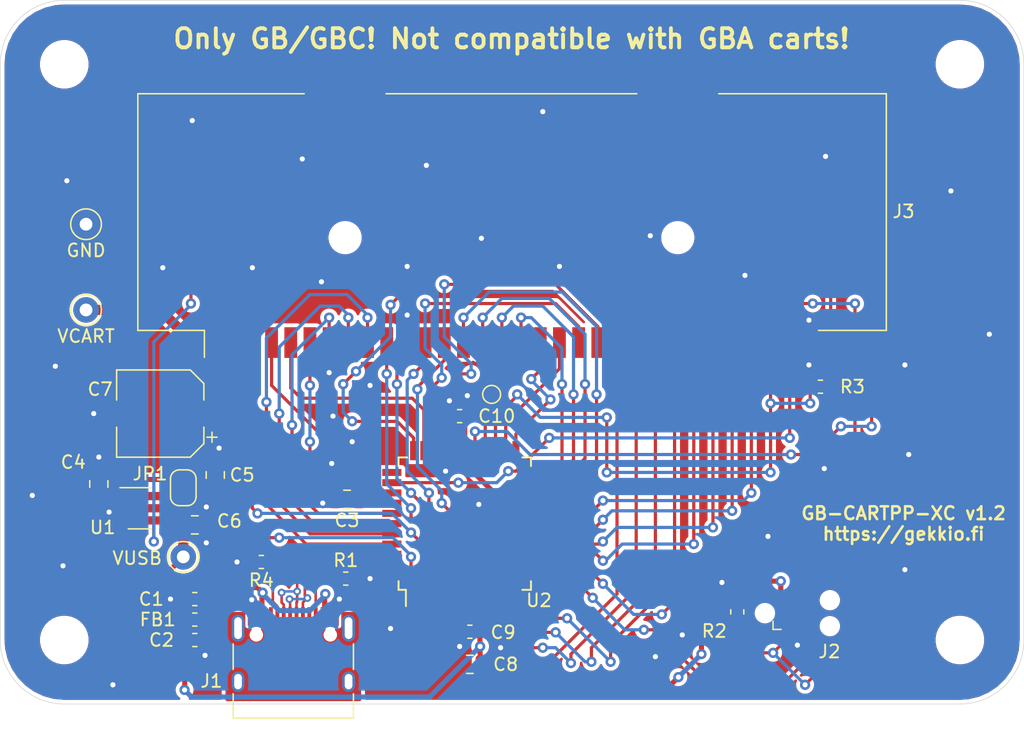
<source format=kicad_pcb>
(kicad_pcb (version 20171130) (host pcbnew 5.1.7-a382d34a8~87~ubuntu20.04.1)
  (title_block (title GB-CARTPP-XC) (date 2020-10-04) (rev v1.2) (company https://gekkio.fi))
  (layers (0 F.Cu signal) (31 B.Cu signal) (34 B.Paste user) (35 F.Paste user) (36 B.SilkS user) (37 F.SilkS user) (38 B.Mask user) (39 F.Mask user) (44 Edge.Cuts user))
  (net 0 "")
  (net 1 GND)
  (net 2 "Net-(C1-Pad1)")
  (net 3 +5V)
  (net 4 /PHI)
  (net 5 /~WR)
  (net 6 /~RD)
  (net 7 /~CS)
  (net 8 /A0)
  (net 9 /A1)
  (net 10 /A2)
  (net 11 /A3)
  (net 12 /A4)
  (net 13 /A5)
  (net 14 /A6)
  (net 15 /A7)
  (net 16 /A8)
  (net 17 /A9)
  (net 18 /A10)
  (net 19 /A11)
  (net 20 /A12)
  (net 21 /A13)
  (net 22 /A14)
  (net 23 /A15)
  (net 24 /D0)
  (net 25 /D1)
  (net 26 /D2)
  (net 27 /D3)
  (net 28 /D4)
  (net 29 /D5)
  (net 30 /D6)
  (net 31 /D7)
  (net 32 /~RES)
  (net 33 /~P31)
  (net 34 /USB_P)
  (net 35 /USB_N)
  (net 36 /VPP)
  (net 37 /PGC)
  (net 38 /PGD)
  (net 39 /TP_RE1)
  (net 40 VCART)
  (net 41 "Net-(U1-Pad4)")
  (net 42 /SH)
  (net 43 "Net-(C3-Pad1)")
  (net 44 "Net-(J1-PadA5)")
  (net 45 "Net-(J1-PadB5)")
  (module TestPoint:TestPoint_THTPad_D2.0mm_Drill1.0mm (layer F.Cu) (at 56.7 67.5)
    (fp_text reference TP4 hide)
    (fp_text value GND (at 0 2.05) (layer F.SilkS))
    (pad 1 thru_hole circle (at 0 0) (size 2 2) (drill 1) (layers *.Cu *.Mask) (net 1 GND))
  )
  (module Package_TO_SOT_SMD:SOT-23-5 (layer F.Cu) (at 60.9 89.7)
    (fp_text reference U1 (at -2.9 1.5) (layer F.SilkS))
    (fp_text value SY6288AAAC)
    (pad 5 smd rect (at 1.1 -0.95) (size 1.06 0.65) (layers F.Cu F.Paste F.Mask) (net 3 +5V))
    (pad 4 smd rect (at 1.1 0.95) (size 1.06 0.65) (layers F.Cu F.Paste F.Mask) (net 41 "Net-(U1-Pad4)"))
    (pad 3 smd rect (at -1.1 0.95) (size 1.06 0.65) (layers F.Cu F.Paste F.Mask))
    (pad 2 smd rect (at -1.1 0) (size 1.06 0.65) (layers F.Cu F.Paste F.Mask) (net 1 GND))
    (pad 1 smd rect (at -1.1 -0.95) (size 1.06 0.65) (layers F.Cu F.Paste F.Mask) (net 40 VCART))
  )
  (module Resistor_SMD:R_0603_1608Metric (layer F.Cu) (at 70.4 93.9 180)
    (fp_text reference R4 (at 0 -1.43) (layer F.SilkS))
    (fp_text value 5k1)
    (pad 2 smd roundrect (at 0.7875 0 180) (size 0.875 0.95) (layers F.Cu F.Paste F.Mask) (net 1 GND))
    (pad 1 smd roundrect (at -0.7875 0 180) (size 0.875 0.95) (layers F.Cu F.Paste F.Mask) (net 44 "Net-(J1-PadA5)"))
  )
  (module Resistor_SMD:R_0603_1608Metric (layer F.Cu) (at 77 95.2)
    (fp_text reference R1 (at 0 -1.43) (layer F.SilkS))
    (fp_text value 5k1)
    (pad 2 smd roundrect (at 0.7875 0) (size 0.875 0.95) (layers F.Cu F.Paste F.Mask) (net 1 GND))
    (pad 1 smd roundrect (at -0.7875 0) (size 0.875 0.95) (layers F.Cu F.Paste F.Mask) (net 45 "Net-(J1-PadB5)"))
  )
  (module Connector_USB:USB_C_Receptacle_HRO_TYPE-C-31-M-12 (layer F.Cu) (at 72.9 102.2)
    (fp_text reference J1 (at -6.4 1) (layer F.SilkS))
    (fp_text value TYPE-C-31-M-12)
    (pad B1 smd rect (at 3.25 -4.045) (size 0.6 1.45) (layers F.Cu F.Paste F.Mask) (net 1 GND))
    (pad A9 smd rect (at 2.45 -4.045) (size 0.6 1.45) (layers F.Cu F.Paste F.Mask) (net 2 "Net-(C1-Pad1)"))
    (pad B9 smd rect (at -2.45 -4.045) (size 0.6 1.45) (layers F.Cu F.Paste F.Mask) (net 2 "Net-(C1-Pad1)"))
    (pad B12 smd rect (at -3.25 -4.045) (size 0.6 1.45) (layers F.Cu F.Paste F.Mask) (net 1 GND))
    (pad A1 smd rect (at -3.25 -4.045) (size 0.6 1.45) (layers F.Cu F.Paste F.Mask) (net 1 GND))
    (pad A4 smd rect (at -2.45 -4.045) (size 0.6 1.45) (layers F.Cu F.Paste F.Mask) (net 2 "Net-(C1-Pad1)"))
    (pad B4 smd rect (at 2.45 -4.045) (size 0.6 1.45) (layers F.Cu F.Paste F.Mask) (net 2 "Net-(C1-Pad1)"))
    (pad A12 smd rect (at 3.25 -4.045) (size 0.6 1.45) (layers F.Cu F.Paste F.Mask) (net 1 GND))
    (pad B8 smd rect (at -1.75 -4.045) (size 0.3 1.45) (layers F.Cu F.Paste F.Mask))
    (pad A5 smd rect (at -1.25 -4.045) (size 0.3 1.45) (layers F.Cu F.Paste F.Mask) (net 44 "Net-(J1-PadA5)"))
    (pad B7 smd rect (at -0.75 -4.045) (size 0.3 1.45) (layers F.Cu F.Paste F.Mask) (net 35 /USB_N))
    (pad A7 smd rect (at 0.25 -4.045) (size 0.3 1.45) (layers F.Cu F.Paste F.Mask) (net 35 /USB_N))
    (pad B6 smd rect (at 0.75 -4.045) (size 0.3 1.45) (layers F.Cu F.Paste F.Mask) (net 34 /USB_P))
    (pad A8 smd rect (at 1.25 -4.045) (size 0.3 1.45) (layers F.Cu F.Paste F.Mask))
    (pad B5 smd rect (at 1.75 -4.045) (size 0.3 1.45) (layers F.Cu F.Paste F.Mask) (net 45 "Net-(J1-PadB5)"))
    (pad A6 smd rect (at -0.25 -4.045) (size 0.3 1.45) (layers F.Cu F.Paste F.Mask) (net 34 /USB_P))
    (pad S1 thru_hole oval (at 4.32 -3.13) (size 1 2.1) (drill oval 0.6 1.7) (layers *.Cu *.Mask) (net 42 /SH))
    (pad S1 thru_hole oval (at -4.32 -3.13) (size 1 2.1) (drill oval 0.6 1.7) (layers *.Cu *.Mask) (net 42 /SH))
    (pad "" np_thru_hole circle (at -2.89 -2.6) (size 0.65 0.65) (drill 0.65) (layers *.Cu *.Mask))
    (pad S1 thru_hole oval (at -4.32 1.05) (size 1 1.6) (drill oval 0.6 1.2) (layers *.Cu *.Mask) (net 42 /SH))
    (pad "" np_thru_hole circle (at 2.89 -2.6) (size 0.65 0.65) (drill 0.65) (layers *.Cu *.Mask))
    (pad S1 thru_hole oval (at 4.32 1.05) (size 1 1.6) (drill oval 0.6 1.2) (layers *.Cu *.Mask) (net 42 /SH))
  )
  (module Inductor_SMD:L_0603_1608Metric (layer F.Cu) (at 65.2 98.4 180)
    (fp_text reference FB1 (at 2.9 0 180) (layer F.SilkS))
    (fp_text value MPZ1608S331)
    (pad 2 smd roundrect (at 0.7875 0 180) (size 0.875 0.95) (layers F.Cu F.Paste F.Mask) (net 3 +5V))
    (pad 1 smd roundrect (at -0.7875 0 180) (size 0.875 0.95) (layers F.Cu F.Paste F.Mask) (net 2 "Net-(C1-Pad1)"))
  )
  (module Capacitor_SMD:C_0603_1608Metric (layer F.Cu) (at 65.2 100)
    (fp_text reference C2 (at -2.6 0) (layer F.SilkS))
    (fp_text value 100nF)
    (pad 2 smd roundrect (at 0.7875 0) (size 0.875 0.95) (layers F.Cu F.Paste F.Mask) (net 1 GND))
    (pad 1 smd roundrect (at -0.7875 0) (size 0.875 0.95) (layers F.Cu F.Paste F.Mask) (net 3 +5V))
  )
  (module Capacitor_SMD:C_0603_1608Metric (layer F.Cu) (at 65.2 96.8 180)
    (fp_text reference C1 (at 3.4 0 180) (layer F.SilkS))
    (fp_text value 100nF)
    (pad 2 smd roundrect (at 0.7875 0 180) (size 0.875 0.95) (layers F.Cu F.Paste F.Mask) (net 1 GND))
    (pad 1 smd roundrect (at -0.7875 0 180) (size 0.875 0.95) (layers F.Cu F.Paste F.Mask) (net 2 "Net-(C1-Pad1)"))
  )
  (module TestPoint:TestPoint_THTPad_D2.0mm_Drill1.0mm (layer F.Cu) (at 56.7 74.2)
    (fp_text reference TP3 hide)
    (fp_text value VCART (at 0 2.05) (layer F.SilkS))
    (pad 1 thru_hole circle (at 0 0) (size 2 2) (drill 1) (layers *.Cu *.Mask) (net 40 VCART))
  )
  (module Capacitor_SMD:CP_Elec_6.3x5.8 (layer F.Cu) (at 62.5 82.3 180)
    (fp_text reference C7 (at 4.7 1.9) (layer F.SilkS))
    (fp_text value 100uF)
    (pad 2 smd roundrect (at 2.7 0 180) (size 3.5 1.6) (layers F.Cu F.Paste F.Mask) (roundrect_rratio 0.15625) (net 1 GND))
    (pad 1 smd roundrect (at -2.7 0 180) (size 3.5 1.6) (layers F.Cu F.Paste F.Mask) (roundrect_rratio 0.15625) (net 40 VCART))
  )
  (module Capacitor_SMD:C_0805_2012Metric (layer F.Cu) (at 66.8 87.1 90)
    (fp_text reference C5 (at 0 2.1 180) (layer F.SilkS))
    (fp_text value 4.7uF)
    (pad 2 smd roundrect (at 0.9375 0 90) (size 0.975 1.4) (layers F.Cu F.Paste F.Mask) (net 1 GND))
    (pad 1 smd roundrect (at -0.9375 0 90) (size 0.975 1.4) (layers F.Cu F.Paste F.Mask) (net 40 VCART))
  )
  (module Capacitor_SMD:C_0805_2012Metric (layer F.Cu) (at 57.7 87.8 90)
    (fp_text reference C4 (at 1.7 -2 180) (layer F.SilkS))
    (fp_text value 4.7uF)
    (pad 2 smd roundrect (at 0.9375 0 90) (size 0.975 1.4) (layers F.Cu F.Paste F.Mask) (net 1 GND))
    (pad 1 smd roundrect (at -0.9375 0 90) (size 0.975 1.4) (layers F.Cu F.Paste F.Mask) (net 40 VCART))
  )
  (module Gekkio_Connector_PCBEdge:GameBoy_Cartridge_AGS_1x32-1MP_P1.50mm_Socket_Horizontal (layer F.Cu) (at 89.95 66.5)
    (fp_text reference J3 (at 30.65 0 180) (layer F.SilkS))
    (fp_text value GameBoy_Cartridge_MountingPin hide)
    (pad "" np_thru_hole circle (at 13 2.05) (size 2 2) (drill 2) (layers *.Cu *.Mask))
    (pad 32 smd rect (at 23.25 10.25) (size 1 2.4) (layers F.Cu F.Paste F.Mask) (net 1 GND))
    (pad 31 smd rect (at 21.75 10.25) (size 1 2.4) (layers F.Cu F.Paste F.Mask) (net 33 /~P31))
    (pad 30 smd rect (at 20.25 10.25) (size 1 2.4) (layers F.Cu F.Paste F.Mask) (net 32 /~RES))
    (pad 29 smd rect (at 18.75 10.25) (size 1 2.4) (layers F.Cu F.Paste F.Mask) (net 31 /D7))
    (pad 28 smd rect (at 17.25 10.25) (size 1 2.4) (layers F.Cu F.Paste F.Mask) (net 30 /D6))
    (pad 27 smd rect (at 15.75 10.25) (size 1 2.4) (layers F.Cu F.Paste F.Mask) (net 29 /D5))
    (pad 26 smd rect (at 14.25 10.25) (size 1 2.4) (layers F.Cu F.Paste F.Mask) (net 28 /D4))
    (pad 25 smd rect (at 12.75 10.25) (size 1 2.4) (layers F.Cu F.Paste F.Mask) (net 27 /D3))
    (pad 24 smd rect (at 11.25 10.25) (size 1 2.4) (layers F.Cu F.Paste F.Mask) (net 26 /D2))
    (pad 23 smd rect (at 9.75 10.25) (size 1 2.4) (layers F.Cu F.Paste F.Mask) (net 25 /D1))
    (pad 22 smd rect (at 8.25 10.25) (size 1 2.4) (layers F.Cu F.Paste F.Mask) (net 24 /D0))
    (pad 21 smd rect (at 6.75 10.25) (size 1 2.4) (layers F.Cu F.Paste F.Mask) (net 23 /A15))
    (pad 20 smd rect (at 5.25 10.25) (size 1 2.4) (layers F.Cu F.Paste F.Mask) (net 22 /A14))
    (pad 19 smd rect (at 3.75 10.25) (size 1 2.4) (layers F.Cu F.Paste F.Mask) (net 21 /A13))
    (pad 18 smd rect (at 2.25 10.25) (size 1 2.4) (layers F.Cu F.Paste F.Mask) (net 20 /A12))
    (pad 17 smd rect (at 0.75 10.25) (size 1 2.4) (layers F.Cu F.Paste F.Mask) (net 19 /A11))
    (pad 16 smd rect (at -0.75 10.25) (size 1 2.4) (layers F.Cu F.Paste F.Mask) (net 18 /A10))
    (pad 15 smd rect (at -2.25 10.25) (size 1 2.4) (layers F.Cu F.Paste F.Mask) (net 17 /A9))
    (pad 14 smd rect (at -3.75 10.25) (size 1 2.4) (layers F.Cu F.Paste F.Mask) (net 16 /A8))
    (pad 13 smd rect (at -5.25 10.25) (size 1 2.4) (layers F.Cu F.Paste F.Mask) (net 15 /A7))
    (pad 12 smd rect (at -6.75 10.25) (size 1 2.4) (layers F.Cu F.Paste F.Mask) (net 14 /A6))
    (pad 11 smd rect (at -8.25 10.25) (size 1 2.4) (layers F.Cu F.Paste F.Mask) (net 13 /A5))
    (pad 10 smd rect (at -9.75 10.25) (size 1 2.4) (layers F.Cu F.Paste F.Mask) (net 12 /A4))
    (pad 9 smd rect (at -11.25 10.25) (size 1 2.4) (layers F.Cu F.Paste F.Mask) (net 11 /A3))
    (pad 8 smd rect (at -12.75 10.25) (size 1 2.4) (layers F.Cu F.Paste F.Mask) (net 10 /A2))
    (pad 7 smd rect (at -14.25 10.25) (size 1 2.4) (layers F.Cu F.Paste F.Mask) (net 9 /A1))
    (pad 6 smd rect (at -15.75 10.25) (size 1 2.4) (layers F.Cu F.Paste F.Mask) (net 8 /A0))
    (pad 5 smd rect (at -17.25 10.25) (size 1 2.4) (layers F.Cu F.Paste F.Mask) (net 7 /~CS))
    (pad 4 smd rect (at -18.75 10.25) (size 1 2.4) (layers F.Cu F.Paste F.Mask) (net 6 /~RD))
    (pad 3 smd rect (at -20.25 10.25) (size 1 2.4) (layers F.Cu F.Paste F.Mask) (net 5 /~WR))
    (pad 2 smd rect (at -21.75 10.25) (size 1 2.4) (layers F.Cu F.Paste F.Mask) (net 4 /PHI))
    (pad "" np_thru_hole circle (at -13 2.05) (size 2 2) (drill 2) (layers *.Cu *.Mask))
    (pad MP smd rect (at 13 -9.95) (size 6 3) (layers F.Cu F.Paste F.Mask) (net 1 GND))
    (pad MP smd rect (at -13 -9.95) (size 6 3) (layers F.Cu F.Paste F.Mask) (net 1 GND))
    (pad 1 smd rect (at -23.25 10.25) (size 1 2.4) (layers F.Cu F.Paste F.Mask) (net 40 VCART))
  )
  (module Capacitor_SMD:C_0805_2012Metric (layer F.Cu) (at 77.1 89 180)
    (fp_text reference C3 (at 0 -1.65) (layer F.SilkS))
    (fp_text value 1uF)
    (pad 2 smd roundrect (at 0.9375 0 180) (size 0.975 1.4) (layers F.Cu F.Paste F.Mask) (net 1 GND))
    (pad 1 smd roundrect (at -0.9375 0 180) (size 0.975 1.4) (layers F.Cu F.Paste F.Mask) (net 43 "Net-(C3-Pad1)"))
  )
  (module Jumper:SolderJumper-2_P1.3mm_Open_RoundedPad1.0x1.5mm (layer F.Cu) (at 64.3 88.1 90)
    (fp_text reference JP1 (at 1.1 -2.6 180) (layer F.SilkS))
    (fp_text value BYPASS)
    (pad 2 smd custom (at 0.65 0 90) (size 1 0.5) (layers F.Cu F.Mask) (net 40 VCART) (options (clearance outline) (anchor rect)) (primitives (gr_circle (center 0 0.25) (end 0.5 0.25) (width 0)) (gr_circle (center 0 -0.25) (end 0.5 -0.25) (width 0)) (gr_poly (pts (xy 0 -0.75) (xy -0.5 -0.75) (xy -0.5 0.75) (xy 0 0.75)) (width 0))))
    (pad 1 smd custom (at -0.65 0 90) (size 1 0.5) (layers F.Cu F.Mask) (net 3 +5V) (options (clearance outline) (anchor rect)) (primitives (gr_circle (center 0 0.25) (end 0.5 0.25) (width 0)) (gr_circle (center 0 -0.25) (end 0.5 -0.25) (width 0)) (gr_poly (pts (xy 0 -0.75) (xy 0.5 -0.75) (xy 0.5 0.75) (xy 0 0.75)) (width 0))))
  )
  (module TestPoint:TestPoint_Pad_D1.0mm (layer F.Cu) (at 88.4 80.8)
    (fp_text reference TP2 hide)
    (fp_text value RE1)
    (pad 1 smd circle (at 0 0) (size 1 1) (layers F.Cu F.Mask) (net 39 /TP_RE1))
  )
  (module Package_QFP:TQFP-44_10x10mm_P0.8mm (layer F.Cu) (at 86.3 90.9 90)
    (fp_text reference U2 (at -6 5.8 180) (layer F.SilkS))
    (fp_text value PIC18F45K50_QFP)
    (pad 44 smd rect (at -4 -5.7 180) (size 1.5 0.55) (layers F.Cu F.Paste F.Mask) (net 4 /PHI))
    (pad 43 smd rect (at -3.2 -5.7 180) (size 1.5 0.55) (layers F.Cu F.Paste F.Mask) (net 34 /USB_P))
    (pad 42 smd rect (at -2.4 -5.7 180) (size 1.5 0.55) (layers F.Cu F.Paste F.Mask) (net 35 /USB_N))
    (pad 41 smd rect (at -1.6 -5.7 180) (size 1.5 0.55) (layers F.Cu F.Paste F.Mask) (net 11 /A3))
    (pad 40 smd rect (at -0.8 -5.7 180) (size 1.5 0.55) (layers F.Cu F.Paste F.Mask) (net 10 /A2))
    (pad 39 smd rect (at 0 -5.7 180) (size 1.5 0.55) (layers F.Cu F.Paste F.Mask) (net 9 /A1))
    (pad 38 smd rect (at 0.8 -5.7 180) (size 1.5 0.55) (layers F.Cu F.Paste F.Mask) (net 8 /A0))
    (pad 37 smd rect (at 1.6 -5.7 180) (size 1.5 0.55) (layers F.Cu F.Paste F.Mask) (net 43 "Net-(C3-Pad1)"))
    (pad 36 smd rect (at 2.4 -5.7 180) (size 1.5 0.55) (layers F.Cu F.Paste F.Mask) (net 6 /~RD))
    (pad 35 smd rect (at 3.2 -5.7 180) (size 1.5 0.55) (layers F.Cu F.Paste F.Mask) (net 33 /~P31))
    (pad 34 smd rect (at 4 -5.7 180) (size 1.5 0.55) (layers F.Cu F.Paste F.Mask))
    (pad 33 smd rect (at 5.7 -4 90) (size 1.5 0.55) (layers F.Cu F.Paste F.Mask) (net 36 /VPP))
    (pad 32 smd rect (at 5.7 -3.2 90) (size 1.5 0.55) (layers F.Cu F.Paste F.Mask) (net 7 /~CS))
    (pad 31 smd rect (at 5.7 -2.4 90) (size 1.5 0.55) (layers F.Cu F.Paste F.Mask) (net 22 /A14))
    (pad 30 smd rect (at 5.7 -1.6 90) (size 1.5 0.55) (layers F.Cu F.Paste F.Mask) (net 23 /A15))
    (pad 29 smd rect (at 5.7 -0.8 90) (size 1.5 0.55) (layers F.Cu F.Paste F.Mask) (net 1 GND))
    (pad 28 smd rect (at 5.7 0 90) (size 1.5 0.55) (layers F.Cu F.Paste F.Mask) (net 3 +5V))
    (pad 27 smd rect (at 5.7 0.8 90) (size 1.5 0.55) (layers F.Cu F.Paste F.Mask) (net 41 "Net-(U1-Pad4)"))
    (pad 26 smd rect (at 5.7 1.6 90) (size 1.5 0.55) (layers F.Cu F.Paste F.Mask) (net 39 /TP_RE1))
    (pad 25 smd rect (at 5.7 2.4 90) (size 1.5 0.55) (layers F.Cu F.Paste F.Mask) (net 32 /~RES))
    (pad 24 smd rect (at 5.7 3.2 90) (size 1.5 0.55) (layers F.Cu F.Paste F.Mask) (net 21 /A13))
    (pad 23 smd rect (at 5.7 4 90) (size 1.5 0.55) (layers F.Cu F.Paste F.Mask) (net 20 /A12))
    (pad 22 smd rect (at 4 5.7 180) (size 1.5 0.55) (layers F.Cu F.Paste F.Mask) (net 19 /A11))
    (pad 21 smd rect (at 3.2 5.7 180) (size 1.5 0.55) (layers F.Cu F.Paste F.Mask) (net 18 /A10))
    (pad 20 smd rect (at 2.4 5.7 180) (size 1.5 0.55) (layers F.Cu F.Paste F.Mask) (net 17 /A9))
    (pad 19 smd rect (at 1.6 5.7 180) (size 1.5 0.55) (layers F.Cu F.Paste F.Mask) (net 16 /A8))
    (pad 18 smd rect (at 0.8 5.7 180) (size 1.5 0.55) (layers F.Cu F.Paste F.Mask) (net 3 +5V))
    (pad 17 smd rect (at 0 5.7 180) (size 1.5 0.55) (layers F.Cu F.Paste F.Mask) (net 31 /D7))
    (pad 16 smd rect (at -0.8 5.7 180) (size 1.5 0.55) (layers F.Cu F.Paste F.Mask) (net 30 /D6))
    (pad 15 smd rect (at -1.6 5.7 180) (size 1.5 0.55) (layers F.Cu F.Paste F.Mask) (net 29 /D5))
    (pad 14 smd rect (at -2.4 5.7 180) (size 1.5 0.55) (layers F.Cu F.Paste F.Mask) (net 28 /D4))
    (pad 13 smd rect (at -3.2 5.7 180) (size 1.5 0.55) (layers F.Cu F.Paste F.Mask) (net 38 /PGD))
    (pad 12 smd rect (at -4 5.7 180) (size 1.5 0.55) (layers F.Cu F.Paste F.Mask) (net 37 /PGC))
    (pad 11 smd rect (at -5.7 4 90) (size 1.5 0.55) (layers F.Cu F.Paste F.Mask) (net 27 /D3))
    (pad 10 smd rect (at -5.7 3.2 90) (size 1.5 0.55) (layers F.Cu F.Paste F.Mask) (net 26 /D2))
    (pad 9 smd rect (at -5.7 2.4 90) (size 1.5 0.55) (layers F.Cu F.Paste F.Mask) (net 25 /D1))
    (pad 8 smd rect (at -5.7 1.6 90) (size 1.5 0.55) (layers F.Cu F.Paste F.Mask) (net 24 /D0))
    (pad 7 smd rect (at -5.7 0.8 90) (size 1.5 0.55) (layers F.Cu F.Paste F.Mask) (net 3 +5V))
    (pad 6 smd rect (at -5.7 0 90) (size 1.5 0.55) (layers F.Cu F.Paste F.Mask) (net 1 GND))
    (pad 5 smd rect (at -5.7 -0.8 90) (size 1.5 0.55) (layers F.Cu F.Paste F.Mask) (net 15 /A7))
    (pad 4 smd rect (at -5.7 -1.6 90) (size 1.5 0.55) (layers F.Cu F.Paste F.Mask) (net 14 /A6))
    (pad 3 smd rect (at -5.7 -2.4 90) (size 1.5 0.55) (layers F.Cu F.Paste F.Mask) (net 13 /A5))
    (pad 2 smd rect (at -5.7 -3.2 90) (size 1.5 0.55) (layers F.Cu F.Paste F.Mask) (net 12 /A4))
    (pad 1 smd rect (at -5.7 -4 90) (size 1.5 0.55) (layers F.Cu F.Paste F.Mask) (net 5 /~WR))
  )
  (module TestPoint:TestPoint_THTPad_D2.0mm_Drill1.0mm (layer F.Cu) (at 64.3 93.5)
    (fp_text reference TP1 hide)
    (fp_text value VUSB (at -3.6 0.1) (layer F.SilkS))
    (pad 1 thru_hole circle (at 0 0) (size 2 2) (drill 1) (layers *.Cu *.Mask) (net 3 +5V))
  )
  (module Resistor_SMD:R_0603_1608Metric (layer F.Cu) (at 114.1 80.2 180)
    (fp_text reference R3 (at -2.5 0) (layer F.SilkS))
    (fp_text value 10k)
    (pad 2 smd roundrect (at 0.7875 0 180) (size 0.875 0.95) (layers F.Cu F.Paste F.Mask) (net 32 /~RES))
    (pad 1 smd roundrect (at -0.7875 0 180) (size 0.875 0.95) (layers F.Cu F.Paste F.Mask) (net 40 VCART))
  )
  (module Resistor_SMD:R_0603_1608Metric (layer F.Cu) (at 107.6 97.8 270)
    (fp_text reference R2 (at 1.5 1.8 180) (layer F.SilkS))
    (fp_text value 10k)
    (pad 2 smd roundrect (at 0.7875 0 270) (size 0.875 0.95) (layers F.Cu F.Paste F.Mask) (net 36 /VPP))
    (pad 1 smd roundrect (at -0.7875 0 270) (size 0.875 0.95) (layers F.Cu F.Paste F.Mask) (net 3 +5V))
  )
  (module Connector:Tag-Connect_TC2030-IDC-NL_2x03_P1.27mm_Vertical (layer F.Cu) (at 112.3 97.9)
    (fp_text reference J2 (at 2.5 3) (layer F.SilkS))
    (fp_text value DNP hide)
    (pad 6 connect circle (at 1.27 -0.635) (size 0.7874 0.7874) (layers F.Cu F.Mask))
    (pad 5 connect circle (at 1.27 0.635) (size 0.7874 0.7874) (layers F.Cu F.Mask) (net 37 /PGC))
    (pad 4 connect circle (at 0 -0.635) (size 0.7874 0.7874) (layers F.Cu F.Mask) (net 38 /PGD))
    (pad 3 connect circle (at 0 0.635) (size 0.7874 0.7874) (layers F.Cu F.Mask) (net 1 GND))
    (pad 2 connect circle (at -1.27 -0.635) (size 0.7874 0.7874) (layers F.Cu F.Mask) (net 3 +5V))
    (pad 1 connect circle (at -1.27 0.635) (size 0.7874 0.7874) (layers F.Cu F.Mask) (net 36 /VPP))
    (pad "" np_thru_hole circle (at -2.54 0) (size 0.9906 0.9906) (drill 0.9906) (layers *.Cu *.Mask))
    (pad "" np_thru_hole circle (at 2.54 1.016) (size 0.9906 0.9906) (drill 0.9906) (layers *.Cu *.Mask))
    (pad "" np_thru_hole circle (at 2.54 -1.016) (size 0.9906 0.9906) (drill 0.9906) (layers *.Cu *.Mask))
  )
  (module MountingHole:MountingHole_3.2mm_M3 (layer F.Cu) (at 125 100)
    (fp_text reference H4 hide)
    (fp_text value DNP hide)
    (pad 1 np_thru_hole circle (at 0 0) (size 3.2 3.2) (drill 3.2) (layers *.Cu *.Mask))
  )
  (module MountingHole:MountingHole_3.2mm_M3 (layer F.Cu) (at 55 100)
    (fp_text reference H3 hide)
    (fp_text value DNP hide)
    (pad 1 np_thru_hole circle (at 0 0) (size 3.2 3.2) (drill 3.2) (layers *.Cu *.Mask))
  )
  (module MountingHole:MountingHole_3.2mm_M3 (layer F.Cu) (at 55 55)
    (fp_text reference H2 hide)
    (fp_text value DNP hide)
    (pad 1 np_thru_hole circle (at 0 0) (size 3.2 3.2) (drill 3.2) (layers *.Cu *.Mask))
  )
  (module MountingHole:MountingHole_3.2mm_M3 (layer F.Cu) (at 125 55)
    (fp_text reference H1 hide)
    (fp_text value DNP hide)
    (pad 1 np_thru_hole circle (at 0 0) (size 3.2 3.2) (drill 3.2) (layers *.Cu *.Mask))
  )
  (module Capacitor_SMD:C_0603_1608Metric (layer F.Cu) (at 85.9 82.5 180)
    (fp_text reference C10 (at -2.9 0) (layer F.SilkS))
    (fp_text value 100nF)
    (pad 2 smd roundrect (at 0.7875 0 180) (size 0.875 0.95) (layers F.Cu F.Paste F.Mask) (net 1 GND))
    (pad 1 smd roundrect (at -0.7875 0 180) (size 0.875 0.95) (layers F.Cu F.Paste F.Mask) (net 3 +5V))
  )
  (module Capacitor_SMD:C_0603_1608Metric (layer F.Cu) (at 86.7 99.35 180)
    (fp_text reference C9 (at -2.6 -0.05) (layer F.SilkS))
    (fp_text value 100nF)
    (pad 2 smd roundrect (at 0.7875 0 180) (size 0.875 0.95) (layers F.Cu F.Paste F.Mask) (net 1 GND))
    (pad 1 smd roundrect (at -0.7875 0 180) (size 0.875 0.95) (layers F.Cu F.Paste F.Mask) (net 3 +5V))
  )
  (module Capacitor_SMD:C_0805_2012Metric (layer F.Cu) (at 86.7 101.9 180)
    (fp_text reference C8 (at -2.8 0) (layer F.SilkS))
    (fp_text value 1uF)
    (pad 2 smd roundrect (at 0.9375 0 180) (size 0.975 1.4) (layers F.Cu F.Paste F.Mask) (net 1 GND))
    (pad 1 smd roundrect (at -0.9375 0 180) (size 0.975 1.4) (layers F.Cu F.Paste F.Mask) (net 3 +5V))
  )
  (module Capacitor_SMD:C_0805_2012Metric (layer F.Cu) (at 65.2 91)
    (fp_text reference C6 (at 2.7 -0.3) (layer F.SilkS))
    (fp_text value 4.7uF)
    (pad 2 smd roundrect (at 0.9375 0) (size 0.975 1.4) (layers F.Cu F.Paste F.Mask) (net 1 GND))
    (pad 1 smd roundrect (at -0.9375 0) (size 0.975 1.4) (layers F.Cu F.Paste F.Mask) (net 3 +5V))
  )
  (gr_text "GB-CARTPP-XC v1.2\nhttps://gekkio.fi" (at 120.6 90.9) (layer F.SilkS) (effects (font (size 1 1) (thickness 0.2))))
  (gr_text "Only GB/GBC! Not compatible with GBA carts!" (at 89.95 53) (layer F.SilkS) (effects (font (size 1.5 1.5) (thickness 0.3))))
  (gr_arc (start 125 100) (end 125 105) (angle -90) (layer Edge.Cuts) (width 0.05))
  (gr_arc (start 55 100) (end 50 100) (angle -90) (layer Edge.Cuts) (width 0.05))
  (gr_arc (start 55 55) (end 55 50) (angle -90) (layer Edge.Cuts) (width 0.05))
  (gr_arc (start 125 55) (end 130 55) (angle -90) (layer Edge.Cuts) (width 0.05))
  (gr_line (start 50 100) (end 50 55) (layer Edge.Cuts) (width 0.05))
  (gr_line (start 125 105) (end 55 105) (layer Edge.Cuts) (width 0.05))
  (gr_line (start 130 55) (end 130 100) (layer Edge.Cuts) (width 0.05))
  (gr_line (start 55 50) (end 125 50) (layer Edge.Cuts) (width 0.05))
  (via (at 75.2 89.3) (size 0.8) (drill 0.4) (layers F.Cu B.Cu) (net 1))
  (segment (start 86.3 98.9625) (end 85.9125 99.35) (width 0.4) (layer F.Cu) (net 1))
  (segment (start 86.3 96.6) (end 86.3 98.9625) (width 0.4) (layer F.Cu) (net 1))
  (segment (start 85.9125 99.35) (end 85.9125 100.4875) (width 0.4) (layer F.Cu) (net 1))
  (via (at 85.9 100.5) (size 0.8) (drill 0.4) (layers F.Cu B.Cu) (net 1))
  (segment (start 85.9125 100.4875) (end 85.9 100.5) (width 0.4) (layer F.Cu) (net 1))
  (segment (start 85.9 101.7625) (end 85.7625 101.9) (width 0.4) (layer F.Cu) (net 1))
  (segment (start 85.9 100.5) (end 85.9 101.7625) (width 0.4) (layer F.Cu) (net 1))
  (segment (start 85.5 82.8875) (end 85.1125 82.5) (width 0.4) (layer F.Cu) (net 1))
  (segment (start 85.5 85.2) (end 85.5 82.8875) (width 0.4) (layer F.Cu) (net 1))
  (via (at 85.1 81.3) (size 0.8) (drill 0.4) (layers F.Cu B.Cu) (net 1))
  (segment (start 85.1125 82.5) (end 85.1125 81.3125) (width 0.4) (layer F.Cu) (net 1))
  (segment (start 85.1125 81.3125) (end 85.1 81.3) (width 0.4) (layer F.Cu) (net 1))
  (via (at 69.7 70.9) (size 0.8) (drill 0.4) (layers F.Cu B.Cu) (net 1))
  (via (at 75.1 72) (size 0.8) (drill 0.4) (layers F.Cu B.Cu) (net 1))
  (via (at 81.8 70.8) (size 0.8) (drill 0.4) (layers F.Cu B.Cu) (net 1))
  (via (at 87.6 68.6) (size 0.8) (drill 0.4) (layers F.Cu B.Cu) (net 1))
  (via (at 93.7 70.8) (size 0.8) (drill 0.4) (layers F.Cu B.Cu) (net 1))
  (via (at 100.8 68.4) (size 0.8) (drill 0.4) (layers F.Cu B.Cu) (net 1))
  (via (at 108.2 71.5) (size 0.8) (drill 0.4) (layers F.Cu B.Cu) (net 1))
  (via (at 65 59.4) (size 0.8) (drill 0.4) (layers F.Cu B.Cu) (net 1))
  (via (at 92.4 58.7) (size 0.8) (drill 0.4) (layers F.Cu B.Cu) (net 1))
  (via (at 112.3 100.4) (size 0.8) (drill 0.4) (layers F.Cu B.Cu) (net 1))
  (segment (start 112.3 98.535) (end 112.3 100.4) (width 0.25) (layer F.Cu) (net 1))
  (via (at 58.5 90) (size 0.8) (drill 0.4) (layers F.Cu B.Cu) (net 1))
  (segment (start 58.8 89.7) (end 58.5 90) (width 0.4) (layer F.Cu) (net 1))
  (segment (start 59.8 89.7) (end 58.8 89.7) (width 0.4) (layer F.Cu) (net 1))
  (via (at 57.7 85.7) (size 0.8) (drill 0.4) (layers F.Cu B.Cu) (net 1))
  (segment (start 57.7 86.8625) (end 57.7 85.7) (width 0.4) (layer F.Cu) (net 1))
  (via (at 57.3 82.3) (size 0.8) (drill 0.4) (layers F.Cu B.Cu) (net 1))
  (segment (start 59.8 82.3) (end 57.3 82.3) (width 0.8) (layer F.Cu) (net 1))
  (segment (start 76.3125 89.3) (end 75.2 89.3) (width 0.4) (layer F.Cu) (net 1))
  (via (at 75.9 86.2) (size 0.8) (drill 0.4) (layers F.Cu B.Cu) (net 1))
  (via (at 55.2 64.1) (size 0.8) (drill 0.4) (layers F.Cu B.Cu) (net 1))
  (via (at 62.7 70.9) (size 0.8) (drill 0.4) (layers F.Cu B.Cu) (net 1))
  (via (at 54.3 78.6) (size 0.8) (drill 0.4) (layers F.Cu B.Cu) (net 1))
  (via (at 52.5 88.7) (size 0.8) (drill 0.4) (layers F.Cu B.Cu) (net 1))
  (via (at 54.9 94.2) (size 0.8) (drill 0.4) (layers F.Cu B.Cu) (net 1))
  (via (at 58.8 103.5) (size 0.8) (drill 0.4) (layers F.Cu B.Cu) (net 1))
  (via (at 120.7 94.5) (size 0.8) (drill 0.4) (layers F.Cu B.Cu) (net 1))
  (via (at 121 85.5) (size 0.8) (drill 0.4) (layers F.Cu B.Cu) (net 1))
  (via (at 127.3 76.1) (size 0.8) (drill 0.4) (layers F.Cu B.Cu) (net 1))
  (via (at 124.3 64.9) (size 0.8) (drill 0.4) (layers F.Cu B.Cu) (net 1))
  (via (at 114.5 62.2) (size 0.8) (drill 0.4) (layers F.Cu B.Cu) (net 1))
  (via (at 83.3 62.9) (size 0.8) (drill 0.4) (layers F.Cu B.Cu) (net 1))
  (via (at 73.6 62.4) (size 0.8) (drill 0.4) (layers F.Cu B.Cu) (net 1))
  (via (at 66.1 89.6) (size 0.8) (drill 0.4) (layers F.Cu B.Cu) (net 1))
  (segment (start 66.1375 89.6375) (end 66.1 89.6) (width 0.4) (layer F.Cu) (net 1))
  (segment (start 66.1375 91) (end 66.1375 89.6375) (width 0.4) (layer F.Cu) (net 1))
  (via (at 66.1 92.4) (size 0.8) (drill 0.4) (layers F.Cu B.Cu) (net 1))
  (segment (start 66.1375 92.3625) (end 66.1 92.4) (width 0.4) (layer F.Cu) (net 1))
  (segment (start 66.1375 91) (end 66.1375 92.3625) (width 0.4) (layer F.Cu) (net 1))
  (via (at 67.1 85) (size 0.8) (drill 0.4) (layers F.Cu B.Cu) (net 1))
  (segment (start 66.8 85.3) (end 67.1 85) (width 0.4) (layer F.Cu) (net 1))
  (segment (start 66.8 86.1625) (end 66.8 85.3) (width 0.4) (layer F.Cu) (net 1))
  (via (at 86.5 80.9) (size 0.8) (drill 0.4) (layers F.Cu B.Cu) (net 1))
  (via (at 106.4 95.5) (size 0.8) (drill 0.4) (layers F.Cu B.Cu) (net 1))
  (via (at 103.3 99.6) (size 0.8) (drill 0.4) (layers F.Cu B.Cu) (net 1))
  (via (at 101.2 101.3) (size 0.8) (drill 0.4) (layers F.Cu B.Cu) (net 1))
  (via (at 89.1 100.6) (size 0.8) (drill 0.4) (layers F.Cu B.Cu) (net 1))
  (via (at 84.8 86.8) (size 0.8) (drill 0.4) (layers F.Cu B.Cu) (net 1))
  (via (at 87.4 89.4) (size 0.8) (drill 0.4) (layers F.Cu B.Cu) (net 1))
  (via (at 77.5 84.5) (size 0.8) (drill 0.4) (layers F.Cu B.Cu) (net 1))
  (segment (start 77.5125 84.4875) (end 77.5 84.5) (width 0.25) (layer F.Cu) (net 1))
  (via (at 81.8 74.6) (size 0.8) (drill 0.4) (layers F.Cu B.Cu) (net 1))
  (via (at 76 82.5) (size 0.8) (drill 0.4) (layers F.Cu B.Cu) (net 1))
  (via (at 75.7 79.1) (size 0.8) (drill 0.4) (layers F.Cu B.Cu) (net 1))
  (via (at 78.9 80.1) (size 0.8) (drill 0.4) (layers F.Cu B.Cu) (net 1))
  (via (at 110 91.9) (size 0.8) (drill 0.4) (layers F.Cu B.Cu) (net 1))
  (via (at 114.4 86.6) (size 0.8) (drill 0.4) (layers F.Cu B.Cu) (net 1))
  (via (at 113.2 78.5) (size 0.8) (drill 0.4) (layers F.Cu B.Cu) (net 1))
  (via (at 120.7 78.5) (size 0.8) (drill 0.4) (layers F.Cu B.Cu) (net 1))
  (via (at 113.2 75) (size 0.8) (drill 0.4) (layers F.Cu B.Cu) (net 1))
  (segment (start 69.65 96.85) (end 69.6 96.8) (width 0.4) (layer F.Cu) (net 1))
  (segment (start 69.65 98.155) (end 69.65 96.85) (width 0.4) (layer F.Cu) (net 1))
  (via (at 69.65 96.85) (size 0.8) (drill 0.4) (layers F.Cu B.Cu) (net 1))
  (segment (start 76.2 96.8) (end 76.5 96.8) (width 0.4) (layer F.Cu) (net 1))
  (segment (start 76.15 96.85) (end 76.2 96.8) (width 0.4) (layer F.Cu) (net 1))
  (via (at 76.5 96.8) (size 0.8) (drill 0.4) (layers F.Cu B.Cu) (net 1))
  (segment (start 76.15 98.155) (end 76.15 96.85) (width 0.4) (layer F.Cu) (net 1))
  (via (at 63.3 96.8) (size 0.8) (drill 0.4) (layers F.Cu B.Cu) (net 1))
  (segment (start 64.4125 96.8) (end 63.3 96.8) (width 0.4) (layer F.Cu) (net 1))
  (via (at 68.5 93.9) (size 0.8) (drill 0.4) (layers F.Cu B.Cu) (net 1))
  (segment (start 69.6125 93.9) (end 68.5 93.9) (width 0.2) (layer F.Cu) (net 1))
  (via (at 78.9 95.2) (size 0.8) (drill 0.4) (layers F.Cu B.Cu) (net 1))
  (segment (start 77.7875 95.2) (end 78.9 95.2) (width 0.2) (layer F.Cu) (net 1))
  (via (at 66 101.2) (size 0.8) (drill 0.4) (layers F.Cu B.Cu) (net 1))
  (segment (start 65.9875 101.1875) (end 66 101.2) (width 0.4) (layer F.Cu) (net 1))
  (segment (start 65.9875 100) (end 65.9875 101.1875) (width 0.4) (layer F.Cu) (net 1))
  (via (at 80.5 99.1) (size 0.8) (drill 0.4) (layers F.Cu B.Cu) (net 1))
  (segment (start 75.35 96.45) (end 75.4 96.4) (width 0.4) (layer F.Cu) (net 2))
  (via (at 70.5 96.3) (size 0.8) (drill 0.4) (layers F.Cu B.Cu) (net 2))
  (segment (start 75.35 98.155) (end 75.35 96.45) (width 0.4) (layer F.Cu) (net 2))
  (via (at 75.4 96.4) (size 0.8) (drill 0.4) (layers F.Cu B.Cu) (net 2))
  (segment (start 70.45 96.35) (end 70.5 96.3) (width 0.4) (layer F.Cu) (net 2))
  (segment (start 70.45 98.155) (end 70.45 96.35) (width 0.4) (layer F.Cu) (net 2))
  (segment (start 65.9875 96.8) (end 65.9875 98.4) (width 0.4) (layer F.Cu) (net 2))
  (segment (start 67.2 96.8) (end 65.9875 96.8) (width 0.4) (layer F.Cu) (net 2))
  (segment (start 70.1 95.9) (end 68.1 95.9) (width 0.4) (layer F.Cu) (net 2))
  (segment (start 68.1 95.9) (end 67.2 96.8) (width 0.4) (layer F.Cu) (net 2))
  (segment (start 70.5 96.3) (end 70.1 95.9) (width 0.4) (layer F.Cu) (net 2))
  (segment (start 71.8 97.7) (end 70.5 96.4) (width 0.4) (layer B.Cu) (net 2))
  (segment (start 74.2 97.7) (end 71.8 97.7) (width 0.4) (layer B.Cu) (net 2))
  (segment (start 75.4 96.5) (end 74.2 97.7) (width 0.4) (layer B.Cu) (net 2))
  (segment (start 70.5 96.4) (end 70.5 96.3) (width 0.4) (layer B.Cu) (net 2))
  (segment (start 75.4 96.4) (end 75.4 96.5) (width 0.4) (layer B.Cu) (net 2))
  (segment (start 87.1 98.9625) (end 87.4875 99.35) (width 0.4) (layer F.Cu) (net 3))
  (segment (start 87.1 96.6) (end 87.1 98.9625) (width 0.4) (layer F.Cu) (net 3))
  (via (at 87.5 100.5) (size 0.8) (drill 0.4) (layers F.Cu B.Cu) (net 3))
  (segment (start 87.4875 99.35) (end 87.4875 100.4875) (width 0.4) (layer F.Cu) (net 3))
  (segment (start 87.4875 100.4875) (end 87.5 100.5) (width 0.4) (layer F.Cu) (net 3))
  (segment (start 87.5 101.7625) (end 87.6375 101.9) (width 0.4) (layer F.Cu) (net 3))
  (segment (start 87.5 100.5) (end 87.5 101.7625) (width 0.4) (layer F.Cu) (net 3))
  (segment (start 86.3 82.8875) (end 86.6875 82.5) (width 0.4) (layer F.Cu) (net 3))
  (segment (start 86.3 85.2) (end 86.3 82.8875) (width 0.4) (layer F.Cu) (net 3))
  (segment (start 111 97.235) (end 111.03 97.265) (width 0.4) (layer F.Cu) (net 3))
  (segment (start 111 95.4) (end 111 97.235) (width 0.4) (layer F.Cu) (net 3))
  (segment (start 111 95.4) (end 108.5 95.4) (width 0.4) (layer F.Cu) (net 3))
  (segment (start 107.6 96.3) (end 107.6 97.0125) (width 0.4) (layer F.Cu) (net 3))
  (segment (start 108.5 95.4) (end 107.6 96.3) (width 0.4) (layer F.Cu) (net 3))
  (segment (start 64.3 93.2) (end 64.3 88.75) (width 0.8) (layer F.Cu) (net 3))
  (segment (start 64 93.5) (end 64.3 93.2) (width 0.8) (layer F.Cu) (net 3))
  (segment (start 62 88.75) (end 64.3 88.75) (width 0.4) (layer F.Cu) (net 3))
  (segment (start 87.1 95.4) (end 87.1 96.6) (width 0.4) (layer F.Cu) (net 3))
  (segment (start 88.8 93.7) (end 87.1 95.4) (width 0.4) (layer F.Cu) (net 3))
  (segment (start 88.8 90.1) (end 88.8 93.7) (width 0.4) (layer F.Cu) (net 3))
  (segment (start 64.3 93.8) (end 64 93.5) (width 0.4) (layer F.Cu) (net 3))
  (segment (start 91.6 90.1) (end 88.8 90.1) (width 0.4) (layer F.Cu) (net 3))
  (segment (start 92 90.1) (end 91.6 90.1) (width 0.4) (layer F.Cu) (net 3))
  (via (at 111 95.4) (size 0.8) (drill 0.4) (layers F.Cu B.Cu) (net 3))
  (via (at 103 102.9) (size 0.8) (drill 0.4) (layers F.Cu B.Cu) (net 3))
  (via (at 104.8 101.1) (size 0.8) (drill 0.4) (layers F.Cu B.Cu) (net 3))
  (segment (start 103 102.9) (end 104.8 101.1) (width 0.4) (layer B.Cu) (net 3))
  (segment (start 106.6875 97.0125) (end 107.6 97.0125) (width 0.4) (layer F.Cu) (net 3))
  (segment (start 104.8 98.9) (end 106.6875 97.0125) (width 0.4) (layer F.Cu) (net 3))
  (segment (start 104.8 101.1) (end 104.8 98.9) (width 0.4) (layer F.Cu) (net 3))
  (segment (start 102.4 103.5) (end 103 102.9) (width 0.4) (layer F.Cu) (net 3))
  (segment (start 87.6375 102.4375) (end 88.7 103.5) (width 0.4) (layer F.Cu) (net 3))
  (segment (start 88.7 103.5) (end 102.4 103.5) (width 0.4) (layer F.Cu) (net 3))
  (segment (start 87.6375 101.9) (end 87.6375 102.4375) (width 0.4) (layer F.Cu) (net 3))
  (segment (start 88.8 88.7) (end 88.8 90.1) (width 0.4) (layer F.Cu) (net 3))
  (segment (start 86.3 86.2) (end 88.8 88.7) (width 0.4) (layer F.Cu) (net 3))
  (segment (start 86.3 85.2) (end 86.3 86.2) (width 0.4) (layer F.Cu) (net 3))
  (segment (start 64.4125 98.4) (end 64.4125 100) (width 0.4) (layer F.Cu) (net 3))
  (segment (start 62.2 95.6) (end 64.3 93.5) (width 0.4) (layer F.Cu) (net 3))
  (segment (start 62.2 97.8) (end 62.2 95.6) (width 0.4) (layer F.Cu) (net 3))
  (segment (start 62.8 98.4) (end 62.2 97.8) (width 0.4) (layer F.Cu) (net 3))
  (segment (start 64.4125 98.4) (end 62.8 98.4) (width 0.4) (layer F.Cu) (net 3))
  (via (at 64.4 103.9) (size 0.8) (drill 0.4) (layers F.Cu B.Cu) (net 3))
  (segment (start 64.4125 103.8875) (end 64.4 103.9) (width 0.4) (layer F.Cu) (net 3))
  (segment (start 64.4125 100) (end 64.4125 103.8875) (width 0.4) (layer F.Cu) (net 3))
  (segment (start 83.54999 104.45001) (end 87.5 100.5) (width 0.4) (layer B.Cu) (net 3))
  (segment (start 64.95001 104.45001) (end 83.54999 104.45001) (width 0.4) (layer B.Cu) (net 3))
  (segment (start 64.4 103.9) (end 64.95001 104.45001) (width 0.4) (layer B.Cu) (net 3))
  (via (at 82.1 93.5) (size 0.8) (drill 0.4) (layers F.Cu B.Cu) (net 4))
  (segment (start 82.1 94.4) (end 82.1 93.5) (width 0.25) (layer F.Cu) (net 4))
  (segment (start 81.6 94.9) (end 82.1 94.4) (width 0.25) (layer F.Cu) (net 4))
  (segment (start 80.6 94.9) (end 81.6 94.9) (width 0.25) (layer F.Cu) (net 4))
  (segment (start 69.7 92) (end 71.8 92) (width 0.25) (layer F.Cu) (net 4))
  (segment (start 68.2 76.75) (end 68.2 90.5) (width 0.25) (layer F.Cu) (net 4))
  (segment (start 68.2 90.5) (end 69.7 92) (width 0.25) (layer F.Cu) (net 4))
  (via (at 71.8 92) (size 0.8) (drill 0.4) (layers F.Cu B.Cu) (net 4))
  (segment (start 80.7 92) (end 71.8 92) (width 0.25) (layer B.Cu) (net 4))
  (segment (start 82.1 93.4) (end 80.7 92) (width 0.25) (layer B.Cu) (net 4))
  (segment (start 82.1 93.5) (end 82.1 93.4) (width 0.25) (layer B.Cu) (net 4))
  (via (at 70.099999 90.100001) (size 0.8) (drill 0.4) (layers F.Cu B.Cu) (net 5))
  (segment (start 69.7 89.700002) (end 70.099999 90.100001) (width 0.25) (layer F.Cu) (net 5))
  (segment (start 69.7 76.75) (end 69.7 89.700002) (width 0.25) (layer F.Cu) (net 5))
  (via (at 82.1 91.6) (size 0.8) (drill 0.4) (layers F.Cu B.Cu) (net 5))
  (segment (start 70.099999 90.100001) (end 80.600001 90.100001) (width 0.25) (layer B.Cu) (net 5))
  (segment (start 80.600001 90.100001) (end 82.1 91.6) (width 0.25) (layer B.Cu) (net 5))
  (segment (start 83.1 92.6) (end 82.1 91.6) (width 0.25) (layer F.Cu) (net 5))
  (segment (start 83.1 94.4) (end 83.1 92.6) (width 0.25) (layer F.Cu) (net 5))
  (segment (start 82.3 95.2) (end 83.1 94.4) (width 0.25) (layer F.Cu) (net 5))
  (segment (start 82.3 96.6) (end 82.3 95.2) (width 0.25) (layer F.Cu) (net 5))
  (segment (start 80.6 88.5) (end 79.6 88.5) (width 0.25) (layer F.Cu) (net 6))
  (segment (start 79.6 88.5) (end 71.2 80.1) (width 0.25) (layer F.Cu) (net 6))
  (segment (start 71.2 80.1) (end 71.2 76.75) (width 0.25) (layer F.Cu) (net 6))
  (segment (start 82.2 81.1) (end 73.5 81.1) (width 0.25) (layer F.Cu) (net 7))
  (segment (start 72.7 80.3) (end 72.7 76.75) (width 0.25) (layer F.Cu) (net 7))
  (segment (start 73.5 81.1) (end 72.7 80.3) (width 0.25) (layer F.Cu) (net 7))
  (segment (start 83.1 82) (end 82.2 81.1) (width 0.25) (layer F.Cu) (net 7))
  (segment (start 83.1 85.2) (end 83.1 82) (width 0.25) (layer F.Cu) (net 7))
  (segment (start 74.2 79.1) (end 74.2 79.4) (width 0.25) (layer F.Cu) (net 8))
  (segment (start 74.2 79.1) (end 74.2 76.75) (width 0.25) (layer F.Cu) (net 8))
  (via (at 74.200014 80.1) (size 0.8) (drill 0.4) (layers F.Cu B.Cu) (net 8))
  (segment (start 74.2 79.1) (end 74.2 80.099986) (width 0.25) (layer F.Cu) (net 8))
  (segment (start 74.2 80.099986) (end 74.200014 80.1) (width 0.25) (layer F.Cu) (net 8))
  (segment (start 74.200014 80.1) (end 74.200014 84.499986) (width 0.25) (layer B.Cu) (net 8))
  (segment (start 74.200014 84.499986) (end 74.2 84.5) (width 0.25) (layer B.Cu) (net 8))
  (segment (start 74.2 89.447002) (end 74.2 84.5) (width 0.25) (layer F.Cu) (net 8))
  (segment (start 74.852998 90.1) (end 74.2 89.447002) (width 0.25) (layer F.Cu) (net 8))
  (segment (start 80.6 90.1) (end 74.852998 90.1) (width 0.25) (layer F.Cu) (net 8))
  (via (at 74.2 84.5) (size 0.8) (drill 0.4) (layers F.Cu B.Cu) (net 8))
  (via (at 75.7 74.8) (size 0.8) (drill 0.4) (layers F.Cu B.Cu) (net 9))
  (segment (start 75.7 76.75) (end 75.7 74.8) (width 0.25) (layer F.Cu) (net 9))
  (segment (start 72.8 77.7) (end 72.8 83.2) (width 0.25) (layer B.Cu) (net 9))
  (segment (start 75.7 74.8) (end 72.8 77.7) (width 0.25) (layer B.Cu) (net 9))
  (segment (start 72.8 89.2) (end 72.8 83.2) (width 0.25) (layer F.Cu) (net 9))
  (segment (start 74.5 90.9) (end 72.8 89.2) (width 0.25) (layer F.Cu) (net 9))
  (segment (start 80.6 90.9) (end 74.5 90.9) (width 0.25) (layer F.Cu) (net 9))
  (via (at 72.8 83.2) (size 0.8) (drill 0.4) (layers F.Cu B.Cu) (net 9))
  (via (at 77.2 74.8) (size 0.8) (drill 0.4) (layers F.Cu B.Cu) (net 10))
  (segment (start 77.2 76.75) (end 77.2 74.8) (width 0.25) (layer F.Cu) (net 10))
  (segment (start 71.8 89.3) (end 71.8 82.3) (width 0.25) (layer F.Cu) (net 10))
  (segment (start 80.6 91.7) (end 74.2 91.7) (width 0.25) (layer F.Cu) (net 10))
  (segment (start 74.2 91.7) (end 71.8 89.3) (width 0.25) (layer F.Cu) (net 10))
  (via (at 71.8 82.3) (size 0.8) (drill 0.4) (layers F.Cu B.Cu) (net 10))
  (segment (start 71.8 77.1) (end 71.8 82.3) (width 0.25) (layer B.Cu) (net 10))
  (segment (start 76.5 73.9) (end 75 73.9) (width 0.25) (layer B.Cu) (net 10))
  (segment (start 77.2 74.6) (end 76.5 73.9) (width 0.25) (layer B.Cu) (net 10))
  (segment (start 75 73.9) (end 71.8 77.1) (width 0.25) (layer B.Cu) (net 10))
  (segment (start 77.2 74.8) (end 77.2 74.6) (width 0.25) (layer B.Cu) (net 10))
  (via (at 78.7 74.8) (size 0.8) (drill 0.4) (layers F.Cu B.Cu) (net 11))
  (segment (start 78.7 76.75) (end 78.7 74.8) (width 0.25) (layer F.Cu) (net 11))
  (via (at 70.8 81.4) (size 0.8) (drill 0.4) (layers F.Cu B.Cu) (net 11))
  (segment (start 80.6 92.5) (end 73.9 92.5) (width 0.25) (layer F.Cu) (net 11))
  (segment (start 73.9 92.5) (end 70.8 89.4) (width 0.25) (layer F.Cu) (net 11))
  (segment (start 70.8 89.4) (end 70.8 81.4) (width 0.25) (layer F.Cu) (net 11))
  (segment (start 70.8 76.4) (end 70.8 81.4) (width 0.25) (layer B.Cu) (net 11))
  (segment (start 74.2 73) (end 70.8 76.4) (width 0.25) (layer B.Cu) (net 11))
  (segment (start 77.1 73) (end 74.2 73) (width 0.25) (layer B.Cu) (net 11))
  (segment (start 78.7 74.6) (end 77.1 73) (width 0.25) (layer B.Cu) (net 11))
  (segment (start 78.7 74.8) (end 78.7 74.6) (width 0.25) (layer B.Cu) (net 11))
  (via (at 82.1 89.700008) (size 0.8) (drill 0.4) (layers F.Cu B.Cu) (net 12))
  (segment (start 82.1 90.4) (end 82.1 89.700008) (width 0.25) (layer F.Cu) (net 12))
  (segment (start 83.7 94.7) (end 83.7 92) (width 0.25) (layer F.Cu) (net 12))
  (segment (start 83.7 92) (end 82.1 90.4) (width 0.25) (layer F.Cu) (net 12))
  (segment (start 83.1 95.3) (end 83.7 94.7) (width 0.25) (layer F.Cu) (net 12))
  (segment (start 83.1 96.6) (end 83.1 95.3) (width 0.25) (layer F.Cu) (net 12))
  (segment (start 80.2 87.800008) (end 80.2 79.2) (width 0.25) (layer B.Cu) (net 12))
  (segment (start 82.1 89.700008) (end 80.2 87.800008) (width 0.25) (layer B.Cu) (net 12))
  (segment (start 80.2 76.75) (end 80.2 79.2) (width 0.25) (layer F.Cu) (net 12))
  (via (at 80.2 79.2) (size 0.8) (drill 0.4) (layers F.Cu B.Cu) (net 12))
  (via (at 82.1 88.5) (size 0.8) (drill 0.4) (layers F.Cu B.Cu) (net 13))
  (segment (start 83.9 95.4) (end 83.9 96.6) (width 0.25) (layer F.Cu) (net 13))
  (segment (start 84.3 95) (end 83.9 95.4) (width 0.25) (layer F.Cu) (net 13))
  (segment (start 84.3 91.4) (end 84.3 95) (width 0.25) (layer F.Cu) (net 13))
  (segment (start 82.9 90) (end 84.3 91.4) (width 0.25) (layer F.Cu) (net 13))
  (segment (start 82.9 89.3) (end 82.9 90) (width 0.25) (layer F.Cu) (net 13))
  (segment (start 82.1 88.5) (end 82.9 89.3) (width 0.25) (layer F.Cu) (net 13))
  (via (at 81 80) (size 0.8) (drill 0.4) (layers F.Cu B.Cu) (net 13))
  (segment (start 81 79.1) (end 81 80) (width 0.25) (layer F.Cu) (net 13))
  (segment (start 81.7 76.75) (end 81.7 78.4) (width 0.25) (layer F.Cu) (net 13))
  (segment (start 81 87.4) (end 81 80) (width 0.25) (layer B.Cu) (net 13))
  (segment (start 81.7 78.4) (end 81 79.1) (width 0.25) (layer F.Cu) (net 13))
  (segment (start 82.1 88.5) (end 81 87.4) (width 0.25) (layer B.Cu) (net 13))
  (via (at 83.5 88.5) (size 0.8) (drill 0.4) (layers F.Cu B.Cu) (net 14))
  (segment (start 83.5 89.6) (end 83.5 88.5) (width 0.25) (layer F.Cu) (net 14))
  (segment (start 84.824999 90.924999) (end 83.5 89.6) (width 0.25) (layer F.Cu) (net 14))
  (segment (start 84.824999 96.475001) (end 84.824999 90.924999) (width 0.25) (layer F.Cu) (net 14))
  (segment (start 84.7 96.6) (end 84.824999 96.475001) (width 0.25) (layer F.Cu) (net 14))
  (via (at 82.3 79.2) (size 0.8) (drill 0.4) (layers F.Cu B.Cu) (net 14))
  (segment (start 83.2 76.75) (end 83.2 78.3) (width 0.25) (layer F.Cu) (net 14))
  (segment (start 81.800001 79.699999) (end 82.3 79.2) (width 0.25) (layer B.Cu) (net 14))
  (segment (start 83.2 78.3) (end 82.3 79.2) (width 0.25) (layer F.Cu) (net 14))
  (segment (start 83.5 88.5) (end 81.800001 86.800001) (width 0.25) (layer B.Cu) (net 14))
  (segment (start 81.800001 86.800001) (end 81.800001 79.699999) (width 0.25) (layer B.Cu) (net 14))
  (via (at 84.5 89.3) (size 0.8) (drill 0.4) (layers F.Cu B.Cu) (net 15))
  (segment (start 85.5 90.3) (end 84.5 89.3) (width 0.25) (layer F.Cu) (net 15))
  (segment (start 85.5 96.6) (end 85.5 90.3) (width 0.25) (layer F.Cu) (net 15))
  (segment (start 82.6 86.434315) (end 82.6 80.4) (width 0.25) (layer B.Cu) (net 15))
  (segment (start 84.5 88.334315) (end 82.6 86.434315) (width 0.25) (layer B.Cu) (net 15))
  (segment (start 82.6 80.234315) (end 82.6 80.4) (width 0.25) (layer F.Cu) (net 15))
  (segment (start 84.7 78.134315) (end 82.6 80.234315) (width 0.25) (layer F.Cu) (net 15))
  (segment (start 84.7 76.75) (end 84.7 78.134315) (width 0.25) (layer F.Cu) (net 15))
  (segment (start 84.5 89.3) (end 84.5 88.334315) (width 0.25) (layer B.Cu) (net 15))
  (via (at 82.6 80.4) (size 0.8) (drill 0.4) (layers F.Cu B.Cu) (net 15))
  (via (at 96.6 80.8) (size 0.8) (drill 0.4) (layers F.Cu B.Cu) (net 16))
  (segment (start 92 89.3) (end 94.7 89.3) (width 0.25) (layer F.Cu) (net 16))
  (segment (start 94.7 89.3) (end 96.6 87.4) (width 0.25) (layer F.Cu) (net 16))
  (segment (start 96.6 87.4) (end 96.6 80.8) (width 0.25) (layer F.Cu) (net 16))
  (via (at 86.2 74.8) (size 0.8) (drill 0.4) (layers F.Cu B.Cu) (net 16))
  (segment (start 86.2 76.75) (end 86.2 74.8) (width 0.25) (layer F.Cu) (net 16))
  (segment (start 88.2 72.8) (end 86.2 74.8) (width 0.25) (layer B.Cu) (net 16))
  (segment (start 93.9 72.8) (end 88.2 72.8) (width 0.25) (layer B.Cu) (net 16))
  (segment (start 96.6 75.5) (end 93.9 72.8) (width 0.25) (layer B.Cu) (net 16))
  (segment (start 96.6 80.8) (end 96.6 75.5) (width 0.25) (layer B.Cu) (net 16))
  (segment (start 95.7 85.8) (end 95.7 80) (width 0.25) (layer F.Cu) (net 17))
  (segment (start 92 88.5) (end 93 88.5) (width 0.25) (layer F.Cu) (net 17))
  (segment (start 93 88.5) (end 95.7 85.8) (width 0.25) (layer F.Cu) (net 17))
  (via (at 95.7 80) (size 0.8) (drill 0.4) (layers F.Cu B.Cu) (net 17))
  (via (at 87.7 74.8) (size 0.8) (drill 0.4) (layers F.Cu B.Cu) (net 17))
  (segment (start 87.7 76.75) (end 87.7 74.8) (width 0.25) (layer F.Cu) (net 17))
  (segment (start 95.7 76.1) (end 95.7 80) (width 0.25) (layer B.Cu) (net 17))
  (segment (start 92.9 73.3) (end 95.7 76.1) (width 0.25) (layer B.Cu) (net 17))
  (segment (start 89.2 73.3) (end 92.9 73.3) (width 0.25) (layer B.Cu) (net 17))
  (segment (start 87.7 74.8) (end 89.2 73.3) (width 0.25) (layer B.Cu) (net 17))
  (via (at 94.800004 80.8) (size 0.8) (drill 0.4) (layers F.Cu B.Cu) (net 18))
  (segment (start 92 87.7) (end 93 87.7) (width 0.25) (layer F.Cu) (net 18))
  (segment (start 93 87.7) (end 94.800004 85.899996) (width 0.25) (layer F.Cu) (net 18))
  (segment (start 94.800004 85.899996) (end 94.800004 80.8) (width 0.25) (layer F.Cu) (net 18))
  (segment (start 94.800004 76.300004) (end 94.800004 80.8) (width 0.25) (layer B.Cu) (net 18))
  (via (at 89.2 74.8) (size 0.8) (drill 0.4) (layers F.Cu B.Cu) (net 18))
  (segment (start 89.2 76.75) (end 89.2 74.8) (width 0.25) (layer F.Cu) (net 18))
  (segment (start 89.2 74.8) (end 90.1 73.9) (width 0.25) (layer B.Cu) (net 18))
  (segment (start 90.1 73.9) (end 92.4 73.9) (width 0.25) (layer B.Cu) (net 18))
  (segment (start 92.4 73.9) (end 94.800004 76.300004) (width 0.25) (layer B.Cu) (net 18))
  (segment (start 93.9 86) (end 93.9 80) (width 0.25) (layer F.Cu) (net 19))
  (segment (start 93 86.9) (end 93.9 86) (width 0.25) (layer F.Cu) (net 19))
  (segment (start 92 86.9) (end 93 86.9) (width 0.25) (layer F.Cu) (net 19))
  (via (at 93.9 80) (size 0.8) (drill 0.4) (layers F.Cu B.Cu) (net 19))
  (via (at 90.7 74.8) (size 0.8) (drill 0.4) (layers F.Cu B.Cu) (net 19))
  (segment (start 90.7 76.75) (end 90.7 74.8) (width 0.25) (layer F.Cu) (net 19))
  (segment (start 93.9 77.2) (end 93.9 80) (width 0.25) (layer B.Cu) (net 19))
  (segment (start 91.5 74.8) (end 93.9 77.2) (width 0.25) (layer B.Cu) (net 19))
  (segment (start 90.7 74.8) (end 91.5 74.8) (width 0.25) (layer B.Cu) (net 19))
  (via (at 93 81.2) (size 0.8) (drill 0.4) (layers F.Cu B.Cu) (net 20))
  (segment (start 90.3 83.9) (end 93 81.2) (width 0.25) (layer F.Cu) (net 20))
  (segment (start 90.3 85.2) (end 90.3 83.9) (width 0.25) (layer F.Cu) (net 20))
  (via (at 91.5 79.6) (size 0.8) (drill 0.4) (layers F.Cu B.Cu) (net 20))
  (segment (start 93 81.2) (end 91.5 79.7) (width 0.25) (layer B.Cu) (net 20))
  (segment (start 91.5 79.7) (end 91.5 79.6) (width 0.25) (layer B.Cu) (net 20))
  (segment (start 92.2 76.75) (end 92.2 78.9) (width 0.25) (layer F.Cu) (net 20))
  (segment (start 92.2 78.9) (end 91.5 79.6) (width 0.25) (layer F.Cu) (net 20))
  (segment (start 89.5 83) (end 89.5 85.2) (width 0.25) (layer F.Cu) (net 21))
  (segment (start 93.7 78.8) (end 89.5 83) (width 0.25) (layer F.Cu) (net 21))
  (segment (start 93.7 76.75) (end 93.7 78.8) (width 0.25) (layer F.Cu) (net 21))
  (segment (start 95.2 77) (end 95.300001 77.100001) (width 0.25) (layer F.Cu) (net 22))
  (via (at 83.2 73.7) (size 0.8) (drill 0.4) (layers F.Cu B.Cu) (net 22))
  (segment (start 93.4 73.7) (end 83.2 73.7) (width 0.25) (layer F.Cu) (net 22))
  (segment (start 95.2 75.5) (end 93.4 73.7) (width 0.25) (layer F.Cu) (net 22))
  (segment (start 95.2 76.75) (end 95.2 75.5) (width 0.25) (layer F.Cu) (net 22))
  (via (at 84.5 79.5) (size 0.8) (drill 0.4) (layers F.Cu B.Cu) (net 22))
  (segment (start 83.9 83.8) (end 83.9 85.2) (width 0.25) (layer F.Cu) (net 22))
  (segment (start 83.7 83.6) (end 83.9 83.8) (width 0.25) (layer F.Cu) (net 22))
  (segment (start 83.7 80.3) (end 83.7 83.6) (width 0.25) (layer F.Cu) (net 22))
  (segment (start 84.5 79.5) (end 83.7 80.3) (width 0.25) (layer F.Cu) (net 22))
  (segment (start 84.5 78.5) (end 84.5 79.5) (width 0.25) (layer B.Cu) (net 22))
  (segment (start 83.2 77.2) (end 84.5 78.5) (width 0.25) (layer B.Cu) (net 22))
  (segment (start 83.2 73.7) (end 83.2 77.2) (width 0.25) (layer B.Cu) (net 22))
  (via (at 86.8 79.2) (size 0.8) (drill 0.4) (layers F.Cu B.Cu) (net 23))
  (segment (start 84.7 85.2) (end 84.7 83.402206) (width 0.25) (layer F.Cu) (net 23))
  (segment (start 84.29999 80.934329) (end 86.034319 79.2) (width 0.25) (layer F.Cu) (net 23))
  (segment (start 84.7 83.402206) (end 84.29999 83.002196) (width 0.25) (layer F.Cu) (net 23))
  (segment (start 84.29999 83.002196) (end 84.29999 80.934329) (width 0.25) (layer F.Cu) (net 23))
  (segment (start 86.034319 79.2) (end 86.8 79.2) (width 0.25) (layer F.Cu) (net 23))
  (via (at 84.7 72.2) (size 0.8) (drill 0.4) (layers F.Cu B.Cu) (net 23))
  (segment (start 96.7 76.75) (end 96.7 75.5) (width 0.25) (layer F.Cu) (net 23))
  (segment (start 93.4 72.2) (end 84.7 72.2) (width 0.25) (layer F.Cu) (net 23))
  (segment (start 96.7 75.5) (end 93.4 72.2) (width 0.25) (layer F.Cu) (net 23))
  (segment (start 84.7 76.3) (end 84.7 72.2) (width 0.25) (layer B.Cu) (net 23))
  (segment (start 86.8 78.4) (end 84.7 76.3) (width 0.25) (layer B.Cu) (net 23))
  (segment (start 86.8 79.2) (end 86.8 78.4) (width 0.25) (layer B.Cu) (net 23))
  (segment (start 93.1 101.5) (end 98.2 96.4) (width 0.25) (layer F.Cu) (net 24))
  (segment (start 91.2 101.5) (end 93.1 101.5) (width 0.25) (layer F.Cu) (net 24))
  (segment (start 87.9 96.6) (end 87.9 98.2) (width 0.25) (layer F.Cu) (net 24))
  (segment (start 87.9 98.2) (end 91.2 101.5) (width 0.25) (layer F.Cu) (net 24))
  (segment (start 98.2 96.4) (end 98.2 76.75) (width 0.25) (layer F.Cu) (net 24))
  (segment (start 88.7 96.6) (end 88.7 98.1) (width 0.25) (layer F.Cu) (net 25))
  (segment (start 88.7 98.1) (end 91.2 100.6) (width 0.25) (layer F.Cu) (net 25))
  (via (at 92.4 100.6) (size 0.8) (drill 0.4) (layers F.Cu B.Cu) (net 25))
  (segment (start 91.2 100.6) (end 92.4 100.6) (width 0.25) (layer F.Cu) (net 25))
  (segment (start 92.4 100.6) (end 93.4 100.6) (width 0.25) (layer B.Cu) (net 25))
  (via (at 94.6 101.8) (size 0.8) (drill 0.4) (layers F.Cu B.Cu) (net 25))
  (segment (start 93.4 100.6) (end 94.6 101.8) (width 0.25) (layer B.Cu) (net 25))
  (segment (start 94.6 101.1) (end 94.6 101.8) (width 0.25) (layer F.Cu) (net 25))
  (segment (start 99.7 96) (end 94.6 101.1) (width 0.25) (layer F.Cu) (net 25))
  (segment (start 99.7 96) (end 99.7 76.75) (width 0.25) (layer F.Cu) (net 25))
  (segment (start 90.9 99.4) (end 93.4 99.4) (width 0.25) (layer F.Cu) (net 26))
  (segment (start 89.5 96.6) (end 89.5 98) (width 0.25) (layer F.Cu) (net 26))
  (segment (start 89.5 98) (end 90.9 99.4) (width 0.25) (layer F.Cu) (net 26))
  (via (at 93.4 99.4) (size 0.8) (drill 0.4) (layers F.Cu B.Cu) (net 26))
  (via (at 96.199997 101.700003) (size 0.8) (drill 0.4) (layers F.Cu B.Cu) (net 26))
  (segment (start 93.4 99.4) (end 95.700003 101.700003) (width 0.25) (layer B.Cu) (net 26))
  (segment (start 95.700003 101.700003) (end 96.199997 101.700003) (width 0.25) (layer B.Cu) (net 26))
  (segment (start 96.2 101.7) (end 96.199997 101.700003) (width 0.25) (layer F.Cu) (net 26))
  (segment (start 96.2 100.6) (end 96.2 101.7) (width 0.25) (layer F.Cu) (net 26))
  (segment (start 101.2 95.6) (end 96.2 100.6) (width 0.25) (layer F.Cu) (net 26))
  (segment (start 101.2 95.6) (end 101.2 76.75) (width 0.25) (layer F.Cu) (net 26))
  (via (at 94.299998 98.300002) (size 0.8) (drill 0.4) (layers F.Cu B.Cu) (net 27))
  (segment (start 91.1 98.3) (end 94.299996 98.3) (width 0.25) (layer F.Cu) (net 27))
  (segment (start 94.299996 98.3) (end 94.299998 98.300002) (width 0.25) (layer F.Cu) (net 27))
  (segment (start 90.3 96.6) (end 90.3 97.5) (width 0.25) (layer F.Cu) (net 27))
  (segment (start 90.3 97.5) (end 91.1 98.3) (width 0.25) (layer F.Cu) (net 27))
  (segment (start 94.299998 98.300002) (end 97.699996 101.7) (width 0.25) (layer B.Cu) (net 27))
  (segment (start 97.699996 101.7) (end 97.7 101.7) (width 0.25) (layer B.Cu) (net 27))
  (via (at 97.7 101.7) (size 0.8) (drill 0.4) (layers F.Cu B.Cu) (net 27))
  (segment (start 97.7 100.3) (end 97.7 101.7) (width 0.25) (layer F.Cu) (net 27))
  (segment (start 102.7 95.3) (end 97.7 100.3) (width 0.25) (layer F.Cu) (net 27))
  (segment (start 102.7 95.3) (end 102.7 76.75) (width 0.25) (layer F.Cu) (net 27))
  (via (at 104.2 92.499996) (size 0.8) (drill 0.4) (layers F.Cu B.Cu) (net 28))
  (via (at 97.100002 93.8) (size 0.8) (drill 0.4) (layers F.Cu B.Cu) (net 28))
  (segment (start 92 93.3) (end 96.600002 93.3) (width 0.25) (layer F.Cu) (net 28))
  (segment (start 96.600002 93.3) (end 97.100002 93.8) (width 0.25) (layer F.Cu) (net 28))
  (segment (start 97.3 93.8) (end 97.100002 93.8) (width 0.25) (layer B.Cu) (net 28))
  (segment (start 104.2 92.499996) (end 98.600004 92.499996) (width 0.25) (layer B.Cu) (net 28))
  (segment (start 98.600004 92.499996) (end 97.3 93.8) (width 0.25) (layer B.Cu) (net 28))
  (segment (start 104.2 92.499996) (end 104.2 76.75) (width 0.25) (layer F.Cu) (net 28))
  (via (at 105.7 91.2) (size 0.8) (drill 0.4) (layers F.Cu B.Cu) (net 29))
  (via (at 97.099996 92.3) (size 0.8) (drill 0.4) (layers F.Cu B.Cu) (net 29))
  (segment (start 98.199996 91.2) (end 97.099996 92.3) (width 0.25) (layer B.Cu) (net 29))
  (segment (start 105.7 91.2) (end 98.199996 91.2) (width 0.25) (layer B.Cu) (net 29))
  (segment (start 96.899996 92.5) (end 97.099996 92.3) (width 0.25) (layer F.Cu) (net 29))
  (segment (start 92 92.5) (end 96.899996 92.5) (width 0.25) (layer F.Cu) (net 29))
  (segment (start 105.7 91.2) (end 105.7 76.75) (width 0.25) (layer F.Cu) (net 29))
  (via (at 107.2 89.9) (size 0.8) (drill 0.4) (layers F.Cu B.Cu) (net 30))
  (segment (start 97.8 89.9) (end 97.1 90.6) (width 0.25) (layer B.Cu) (net 30))
  (segment (start 96 91.7) (end 97.1 90.6) (width 0.25) (layer F.Cu) (net 30))
  (segment (start 92 91.7) (end 96 91.7) (width 0.25) (layer F.Cu) (net 30))
  (via (at 97.1 90.6) (size 0.8) (drill 0.4) (layers F.Cu B.Cu) (net 30))
  (segment (start 107.2 89.9) (end 97.8 89.9) (width 0.25) (layer B.Cu) (net 30))
  (segment (start 107.2 76.75) (end 107.2 89.9) (width 0.25) (layer F.Cu) (net 30))
  (via (at 108.7 88.500002) (size 0.8) (drill 0.4) (layers F.Cu B.Cu) (net 31))
  (segment (start 108.100002 89.1) (end 97.1 89.1) (width 0.25) (layer B.Cu) (net 31))
  (segment (start 95.3 90.9) (end 97.1 89.1) (width 0.25) (layer F.Cu) (net 31))
  (segment (start 108.7 88.500002) (end 108.100002 89.1) (width 0.25) (layer B.Cu) (net 31))
  (segment (start 92 90.9) (end 95.3 90.9) (width 0.25) (layer F.Cu) (net 31))
  (via (at 97.1 89.1) (size 0.8) (drill 0.4) (layers F.Cu B.Cu) (net 31))
  (segment (start 108.7 88.500002) (end 108.7 76.75) (width 0.25) (layer F.Cu) (net 31))
  (segment (start 110.2125 76.7625) (end 110.2 76.75) (width 0.25) (layer F.Cu) (net 32))
  (via (at 110.199994 81.5) (size 0.8) (drill 0.4) (layers F.Cu B.Cu) (net 32))
  (segment (start 110.199994 76.750006) (end 110.2 76.75) (width 0.25) (layer F.Cu) (net 32))
  (segment (start 110.199994 81.5) (end 110.199994 76.750006) (width 0.25) (layer F.Cu) (net 32))
  (via (at 113.3 81.5) (size 0.8) (drill 0.4) (layers F.Cu B.Cu) (net 32))
  (segment (start 110.199994 81.5) (end 113.3 81.5) (width 0.25) (layer B.Cu) (net 32))
  (segment (start 113.3 80.2125) (end 113.3125 80.2) (width 0.25) (layer F.Cu) (net 32))
  (segment (start 113.3 81.5) (end 113.3 80.2125) (width 0.25) (layer F.Cu) (net 32))
  (segment (start 97.4 82.6) (end 92.2 82.6) (width 0.25) (layer B.Cu) (net 32))
  (segment (start 90.4 80.9) (end 90.4 80.8) (width 0.25) (layer F.Cu) (net 32))
  (segment (start 88.7 82.6) (end 90.4 80.9) (width 0.25) (layer F.Cu) (net 32))
  (segment (start 92.2 82.6) (end 90.4 80.8) (width 0.25) (layer B.Cu) (net 32))
  (via (at 90.4 80.8) (size 0.8) (drill 0.4) (layers F.Cu B.Cu) (net 32))
  (segment (start 88.7 85.2) (end 88.7 82.6) (width 0.25) (layer F.Cu) (net 32))
  (via (at 97.4 82.6) (size 0.8) (drill 0.4) (layers F.Cu B.Cu) (net 32))
  (via (at 97.4 86.9) (size 0.8) (drill 0.4) (layers F.Cu B.Cu) (net 32))
  (segment (start 97.4 82.6) (end 97.4 86.9) (width 0.25) (layer F.Cu) (net 32))
  (via (at 110.2 86.9) (size 0.8) (drill 0.4) (layers F.Cu B.Cu) (net 32))
  (segment (start 97.4 86.9) (end 110.2 86.9) (width 0.25) (layer B.Cu) (net 32))
  (segment (start 110.2 81.500006) (end 110.199994 81.5) (width 0.25) (layer F.Cu) (net 32))
  (segment (start 110.2 86.9) (end 110.2 81.500006) (width 0.25) (layer F.Cu) (net 32))
  (via (at 92.9 84.2) (size 0.8) (drill 0.4) (layers F.Cu B.Cu) (net 33))
  (via (at 111.7 84.2) (size 0.8) (drill 0.4) (layers F.Cu B.Cu) (net 33))
  (segment (start 92.9 84.2) (end 111.7 84.2) (width 0.25) (layer B.Cu) (net 33))
  (segment (start 111.7 84.2) (end 111.7 76.75) (width 0.25) (layer F.Cu) (net 33))
  (segment (start 80.6 87.7) (end 85.800006 87.7) (width 0.25) (layer F.Cu) (net 33))
  (via (at 85.800006 87.7) (size 0.8) (drill 0.4) (layers F.Cu B.Cu) (net 33))
  (segment (start 88.8 87.7) (end 89.7 86.8) (width 0.25) (layer B.Cu) (net 33))
  (segment (start 90.3 86.8) (end 89.7 86.8) (width 0.25) (layer F.Cu) (net 33))
  (segment (start 85.800006 87.7) (end 88.8 87.7) (width 0.25) (layer B.Cu) (net 33))
  (segment (start 92.9 84.2) (end 90.3 86.8) (width 0.25) (layer F.Cu) (net 33))
  (via (at 89.7 86.8) (size 0.8) (drill 0.4) (layers F.Cu B.Cu) (net 33))
  (segment (start 72.65 96.85) (end 72.6 96.8) (width 0.2) (layer F.Cu) (net 34))
  (segment (start 72.65 98.155) (end 72.65 96.85) (width 0.2) (layer F.Cu) (net 34))
  (via (at 72.6 96.8) (size 0.6) (drill 0.3) (layers F.Cu B.Cu) (net 34))
  (via (at 74 96.717499) (size 0.6) (drill 0.3) (layers F.Cu B.Cu) (net 34))
  (segment (start 73.65 97.067499) (end 73.65 98.155) (width 0.2) (layer F.Cu) (net 34))
  (segment (start 74 96.717499) (end 73.65 97.067499) (width 0.2) (layer F.Cu) (net 34))
  (segment (start 73.8 96.517499) (end 74 96.717499) (width 0.2) (layer F.Cu) (net 34))
  (segment (start 73.8 95.182844) (end 73.8 96.517499) (width 0.2) (layer F.Cu) (net 34))
  (segment (start 75.082844 93.9) (end 73.8 95.182844) (width 0.2) (layer F.Cu) (net 34))
  (segment (start 79.474999 94.1) (end 79.274999 93.9) (width 0.2) (layer F.Cu) (net 34))
  (segment (start 79.274999 93.9) (end 75.082844 93.9) (width 0.2) (layer F.Cu) (net 34))
  (segment (start 80.6 94.1) (end 79.474999 94.1) (width 0.2) (layer F.Cu) (net 34))
  (segment (start 73.917499 96.8) (end 74 96.717499) (width 0.2) (layer B.Cu) (net 34))
  (segment (start 72.6 96.8) (end 73.917499 96.8) (width 0.2) (layer B.Cu) (net 34))
  (via (at 71.985414 96.287845) (size 0.6) (drill 0.3) (layers F.Cu B.Cu) (net 35))
  (segment (start 72.15 98.155) (end 72.15 97.23) (width 0.2) (layer F.Cu) (net 35))
  (segment (start 72.15 97.23) (end 71.985414 97.065414) (width 0.2) (layer F.Cu) (net 35))
  (segment (start 71.985414 97.065414) (end 71.985414 96.287845) (width 0.2) (layer F.Cu) (net 35))
  (segment (start 79.274999 93.5) (end 74.917156 93.5) (width 0.2) (layer F.Cu) (net 35))
  (segment (start 79.474999 93.3) (end 79.274999 93.5) (width 0.2) (layer F.Cu) (net 35))
  (segment (start 80.6 93.3) (end 79.474999 93.3) (width 0.2) (layer F.Cu) (net 35))
  (segment (start 73.15 97.067499) (end 73.15 98.155) (width 0.2) (layer F.Cu) (net 35))
  (segment (start 73.2 97.017499) (end 73.15 97.067499) (width 0.2) (layer F.Cu) (net 35))
  (segment (start 74.917156 93.5) (end 73.2 95.217156) (width 0.2) (layer F.Cu) (net 35))
  (via (at 73.2 96.2) (size 0.6) (drill 0.3) (layers F.Cu B.Cu) (net 35))
  (segment (start 73.2 95.217156) (end 73.2 96.2) (width 0.2) (layer F.Cu) (net 35))
  (segment (start 73.2 96.2) (end 73.2 97.017499) (width 0.2) (layer F.Cu) (net 35))
  (segment (start 72.073259 96.2) (end 71.985414 96.287845) (width 0.2) (layer B.Cu) (net 35))
  (segment (start 73.2 96.2) (end 72.073259 96.2) (width 0.2) (layer B.Cu) (net 35))
  (segment (start 82.3 85.2) (end 82.3 84.2) (width 0.25) (layer F.Cu) (net 36))
  (segment (start 111.03 100.37) (end 111.03 98.535) (width 0.25) (layer F.Cu) (net 36))
  (segment (start 110.4 101) (end 111.03 100.37) (width 0.25) (layer F.Cu) (net 36))
  (segment (start 108.8 101) (end 110.4 101) (width 0.25) (layer F.Cu) (net 36))
  (segment (start 107.6 99.8) (end 108.8 101) (width 0.25) (layer F.Cu) (net 36))
  (segment (start 107.6 98.5875) (end 107.6 99.8) (width 0.25) (layer F.Cu) (net 36))
  (segment (start 110.4 101) (end 112.9 103.5) (width 0.25) (layer B.Cu) (net 36))
  (via (at 80.5 73.8) (size 0.8) (drill 0.4) (layers F.Cu B.Cu) (net 36))
  (via (at 112.9 103.5) (size 0.8) (drill 0.4) (layers F.Cu B.Cu) (net 36))
  (via (at 110.4 101) (size 0.8) (drill 0.4) (layers F.Cu B.Cu) (net 36))
  (segment (start 81.0125 82.9125) (end 82.3 84.2) (width 0.25) (layer F.Cu) (net 36))
  (segment (start 77.5125 82.9125) (end 81.0125 82.9125) (width 0.25) (layer F.Cu) (net 36))
  (segment (start 77.5125 82.9125) (end 77.5 82.9) (width 0.25) (layer F.Cu) (net 36))
  (via (at 77.5 82.9) (size 0.8) (drill 0.4) (layers F.Cu B.Cu) (net 36))
  (via (at 76.8 80) (size 0.8) (drill 0.4) (layers F.Cu B.Cu) (net 36))
  (segment (start 76.8 82.2) (end 76.8 80) (width 0.25) (layer B.Cu) (net 36))
  (segment (start 77.5 82.9) (end 76.8 82.2) (width 0.25) (layer B.Cu) (net 36))
  (via (at 77.800002 79) (size 0.8) (drill 0.4) (layers F.Cu B.Cu) (net 36))
  (segment (start 76.8 80) (end 77.400003 79.399999) (width 0.25) (layer F.Cu) (net 36))
  (segment (start 80.5 76.300002) (end 77.800002 79) (width 0.25) (layer B.Cu) (net 36))
  (segment (start 77.400003 79.399999) (end 77.800002 79) (width 0.25) (layer F.Cu) (net 36))
  (segment (start 80.5 73.8) (end 80.5 76.300002) (width 0.25) (layer B.Cu) (net 36))
  (segment (start 116.8 99.6) (end 116.8 73.7) (width 0.25) (layer F.Cu) (net 36))
  (segment (start 112.9 103.5) (end 116.8 99.6) (width 0.25) (layer F.Cu) (net 36))
  (via (at 116.8 73.7) (size 0.8) (drill 0.4) (layers F.Cu B.Cu) (net 36))
  (via (at 113.499998 73.7) (size 0.8) (drill 0.4) (layers F.Cu B.Cu) (net 36))
  (segment (start 116.8 73.7) (end 113.499998 73.7) (width 0.25) (layer B.Cu) (net 36))
  (segment (start 80.5 73.8) (end 84.6 69.7) (width 0.25) (layer F.Cu) (net 36))
  (segment (start 84.6 69.7) (end 96.7 69.7) (width 0.25) (layer F.Cu) (net 36))
  (segment (start 96.7 69.7) (end 100.7 73.7) (width 0.25) (layer F.Cu) (net 36))
  (segment (start 100.7 73.7) (end 113.499998 73.7) (width 0.25) (layer F.Cu) (net 36))
  (via (at 96.3 96.7) (size 0.8) (drill 0.4) (layers F.Cu B.Cu) (net 37))
  (segment (start 92 94.9) (end 94.5 94.9) (width 0.25) (layer F.Cu) (net 37))
  (segment (start 94.5 94.9) (end 96.3 96.7) (width 0.25) (layer F.Cu) (net 37))
  (segment (start 96.3 96.7) (end 98.8 99.2) (width 0.25) (layer B.Cu) (net 37))
  (segment (start 98.8 99.2) (end 100.300004 99.2) (width 0.25) (layer B.Cu) (net 37))
  (segment (start 105.1 103.2) (end 111.4 103.2) (width 0.25) (layer F.Cu) (net 37))
  (segment (start 113.57 101.03) (end 113.57 98.535) (width 0.25) (layer F.Cu) (net 37))
  (segment (start 111.4 103.2) (end 113.57 101.03) (width 0.25) (layer F.Cu) (net 37))
  (via (at 100.300004 99.2) (size 0.8) (drill 0.4) (layers F.Cu B.Cu) (net 37))
  (segment (start 100.300004 99.2) (end 101.1 99.2) (width 0.25) (layer F.Cu) (net 37))
  (segment (start 101.1 99.2) (end 104.1 102.2) (width 0.25) (layer F.Cu) (net 37))
  (segment (start 104 102.1) (end 104.1 102.2) (width 0.25) (layer F.Cu) (net 37))
  (segment (start 104.1 102.2) (end 105.1 103.2) (width 0.25) (layer F.Cu) (net 37))
  (via (at 97.1 95.6) (size 0.8) (drill 0.4) (layers F.Cu B.Cu) (net 38))
  (segment (start 92 94.1) (end 95.6 94.1) (width 0.25) (layer F.Cu) (net 38))
  (segment (start 95.6 94.1) (end 97.1 95.6) (width 0.25) (layer F.Cu) (net 38))
  (via (at 101.7 98) (size 0.8) (drill 0.4) (layers F.Cu B.Cu) (net 38))
  (segment (start 99.5 98) (end 101.7 98) (width 0.25) (layer B.Cu) (net 38))
  (segment (start 97.1 95.6) (end 99.5 98) (width 0.25) (layer B.Cu) (net 38))
  (segment (start 105.4 94.3) (end 101.7 98) (width 0.25) (layer F.Cu) (net 38))
  (segment (start 111.3 94.3) (end 105.4 94.3) (width 0.25) (layer F.Cu) (net 38))
  (segment (start 112.3 97.265) (end 112.3 95.3) (width 0.25) (layer F.Cu) (net 38))
  (segment (start 112.3 95.3) (end 111.3 94.3) (width 0.25) (layer F.Cu) (net 38))
  (segment (start 87.9 81.3) (end 87.9 85.2) (width 0.25) (layer F.Cu) (net 39))
  (segment (start 88.4 80.8) (end 87.9 81.3) (width 0.25) (layer F.Cu) (net 39))
  (segment (start 114.9 80.1875) (end 114.8875 80.2) (width 0.25) (layer F.Cu) (net 40))
  (segment (start 114.9 71.1) (end 114.9 80.1875) (width 0.25) (layer F.Cu) (net 40))
  (segment (start 110.1 66.3) (end 114.9 71.1) (width 0.25) (layer F.Cu) (net 40))
  (segment (start 70.5 66.3) (end 110.1 66.3) (width 0.25) (layer F.Cu) (net 40))
  (segment (start 66.7 70.1) (end 70.5 66.3) (width 0.25) (layer F.Cu) (net 40))
  (segment (start 66.7 70.1) (end 66.7 76.75) (width 0.25) (layer F.Cu) (net 40))
  (segment (start 59.8 87.9) (end 59.8 88.75) (width 0.4) (layer F.Cu) (net 40))
  (segment (start 60.25 87.45) (end 59.8 87.9) (width 0.4) (layer F.Cu) (net 40))
  (segment (start 57.7125 88.75) (end 57.7 88.7375) (width 0.4) (layer F.Cu) (net 40))
  (segment (start 59.8 88.75) (end 57.7125 88.75) (width 0.4) (layer F.Cu) (net 40))
  (segment (start 65.2 80.9) (end 65.2 82.3) (width 0.8) (layer F.Cu) (net 40))
  (segment (start 66.7 79.4) (end 65.2 80.9) (width 0.8) (layer F.Cu) (net 40))
  (segment (start 66.7 76.75) (end 66.7 79.4) (width 0.8) (layer F.Cu) (net 40))
  (segment (start 56.7 74.2) (end 62.5 74.2) (width 0.8) (layer F.Cu) (net 40))
  (segment (start 65.05 76.75) (end 66.7 76.75) (width 0.8) (layer F.Cu) (net 40))
  (segment (start 62.5 74.2) (end 65.05 76.75) (width 0.8) (layer F.Cu) (net 40))
  (segment (start 64.3 87.45) (end 60.25 87.45) (width 0.4) (layer F.Cu) (net 40))
  (segment (start 65.2 86) (end 65.2 82.3) (width 0.8) (layer F.Cu) (net 40))
  (segment (start 64.3 86.9) (end 65.2 86) (width 0.8) (layer F.Cu) (net 40))
  (segment (start 64.3 87.45) (end 64.3 86.9) (width 0.8) (layer F.Cu) (net 40))
  (segment (start 66.7625 88) (end 66.8 88.0375) (width 0.4) (layer F.Cu) (net 40))
  (segment (start 65.7 88) (end 66.7625 88) (width 0.4) (layer F.Cu) (net 40))
  (segment (start 65.15 87.45) (end 65.7 88) (width 0.4) (layer F.Cu) (net 40))
  (segment (start 64.3 87.45) (end 65.15 87.45) (width 0.4) (layer F.Cu) (net 40))
  (via (at 87.1 83.7) (size 0.8) (drill 0.4) (layers F.Cu B.Cu) (net 41))
  (segment (start 87.1 85.2) (end 87.1 83.7) (width 0.25) (layer F.Cu) (net 41))
  (segment (start 87.1 83.7) (end 89.6 83.7) (width 0.25) (layer B.Cu) (net 41))
  (segment (start 89.6 83.7) (end 91.4 85.5) (width 0.25) (layer B.Cu) (net 41))
  (via (at 111.8 85.5) (size 0.8) (drill 0.4) (layers F.Cu B.Cu) (net 41))
  (segment (start 91.4 85.5) (end 111.8 85.5) (width 0.25) (layer B.Cu) (net 41))
  (segment (start 111.8 85.5) (end 113.5 85.5) (width 0.25) (layer F.Cu) (net 41))
  (via (at 115.7 83.3) (size 0.8) (drill 0.4) (layers F.Cu B.Cu) (net 41))
  (segment (start 113.5 85.5) (end 115.7 83.3) (width 0.25) (layer F.Cu) (net 41))
  (via (at 118.1 83.3) (size 0.8) (drill 0.4) (layers F.Cu B.Cu) (net 41))
  (segment (start 115.7 83.3) (end 118.1 83.3) (width 0.25) (layer B.Cu) (net 41))
  (segment (start 118.1 83.3) (end 118.1 69) (width 0.25) (layer F.Cu) (net 41))
  (segment (start 118.1 69) (end 113.4 64.3) (width 0.25) (layer F.Cu) (net 41))
  (segment (start 113.4 64.3) (end 69.3 64.3) (width 0.25) (layer F.Cu) (net 41))
  (segment (start 69.3 64.3) (end 64.9 68.7) (width 0.25) (layer F.Cu) (net 41))
  (via (at 64.9 73.7) (size 0.8) (drill 0.4) (layers F.Cu B.Cu) (net 41))
  (segment (start 64.9 68.7) (end 64.9 73.7) (width 0.25) (layer F.Cu) (net 41))
  (via (at 62 92.3) (size 0.8) (drill 0.4) (layers F.Cu B.Cu) (net 41))
  (segment (start 62 92.3) (end 62 90.65) (width 0.25) (layer F.Cu) (net 41))
  (segment (start 64.9 73.8) (end 62 76.7) (width 0.25) (layer B.Cu) (net 41))
  (segment (start 62 76.7) (end 62 92.3) (width 0.25) (layer B.Cu) (net 41))
  (segment (start 64.9 73.7) (end 64.9 73.8) (width 0.25) (layer B.Cu) (net 41))
  (segment (start 80.6 89.3) (end 77.8875 89.3) (width 0.4) (layer F.Cu) (net 43))
  (segment (start 71.65 98.155) (end 71.65 97.35) (width 0.2) (layer F.Cu) (net 44))
  (segment (start 71.65 97.35) (end 71.3 97) (width 0.2) (layer F.Cu) (net 44))
  (segment (start 71.3 94.0125) (end 71.1875 93.9) (width 0.2) (layer F.Cu) (net 44))
  (segment (start 71.3 97) (end 71.3 94.0125) (width 0.2) (layer F.Cu) (net 44))
  (segment (start 74.65 98.155) (end 74.65 95.95) (width 0.2) (layer F.Cu) (net 45))
  (segment (start 74.65 95.95) (end 75.4 95.2) (width 0.2) (layer F.Cu) (net 45))
  (segment (start 75.4 95.2) (end 76.2125 95.2) (width 0.2) (layer F.Cu) (net 45))
  (zone (net 1) (net_name GND) (layer B.Cu) (connect_pads yes (clearance 0.3)) (min_thickness 0.2) (fill yes (arc_segments 32) (thermal_gap 0.508) (thermal_bridge_width 0.508) (smoothing fillet) (radius 2))
    (polygon (pts (xy 130 50) (xy 130 105) (xy 50 105) (xy 50 50)))
  )
  (zone (net 1) (net_name GND) (layer F.Cu) (connect_pads yes (clearance 0.3)) (min_thickness 0.2) (fill yes (arc_segments 32) (thermal_gap 0.508) (thermal_bridge_width 0.508) (smoothing fillet) (radius 2))
    (polygon (pts (xy 130 50) (xy 130 105) (xy 50 105) (xy 50 50)))
  )
  (zone (net 42) (net_name /SH) (layer F.Cu) (priority 1) (connect_pads yes (clearance 0.2)) (min_thickness 0.2) (fill yes (arc_segments 32) (thermal_gap 0.508) (thermal_bridge_width 0.508))
    (polygon (pts (xy 78.2 97.8) (xy 78.2 105) (xy 67.6 105) (xy 67.6 97.8)))
  )
)
</source>
